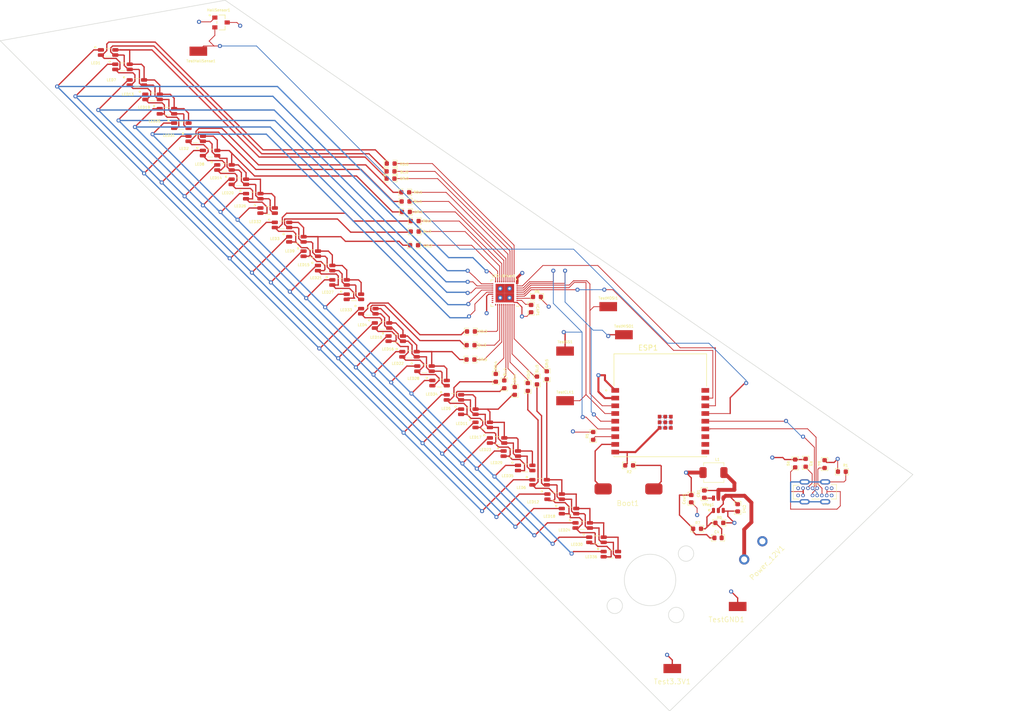
<source format=kicad_pcb>
(kicad_pcb (version 20221018) (generator pcbnew)
  (layers (0 "F.Cu" signal) (1 "In1.Cu" power "GND") (2 "In2.Cu" power "+3.3V") (31 "B.Cu" signal) (34 "B.Paste" user) (35 "F.Paste" user) (36 "B.SilkS" user "B.Silkscreen") (37 "F.SilkS" user "F.Silkscreen") (38 "B.Mask" user) (39 "F.Mask" user) (44 "Edge.Cuts" user))
  (net 0 "")
  (net 1 "CS1")
  (net 2 "Net-(LED-Driver1-CS1)")
  (net 3 "CS4")
  (net 4 "Net-(LED-Driver1-CS4)")
  (net 5 "CS7")
  (net 6 "Net-(LED-Driver1-CS7)")
  (net 7 "CS10")
  (net 8 "Net-(LED-Driver1-CS10)")
  (net 9 "CS13")
  (net 10 "Net-(LED-Driver1-CS13)")
  (net 11 "CS16")
  (net 12 "Net-(LED-Driver1-CS16)")
  (net 13 "Net-(LED-Driver1-VCAP)")
  (net 14 "GND")
  (net 15 "+3.3V")
  (net 16 "MOSI")
  (net 17 "SCLK")
  (net 18 "MISO")
  (net 19 "SS")
  (net 20 "Net-(ESP1-IO8)")
  (net 21 "Net-(ESP1-IO9)")
  (net 25 "D-")
  (net 26 "D+")
  (net 27 "Hall Sense")
  (net 28 "VIO_EN")
  (net 29 "VSYNC")
  (net 31 "CS2")
  (net 32 "Net-(LED-Driver1-CS2)")
  (net 33 "CS5")
  (net 34 "Net-(LED-Driver1-CS5)")
  (net 35 "CS8")
  (net 36 "Net-(LED-Driver1-CS8)")
  (net 37 "CS11")
  (net 38 "Net-(LED-Driver1-CS11)")
  (net 39 "CS14")
  (net 40 "Net-(LED-Driver1-CS14)")
  (net 41 "CS17")
  (net 42 "Net-(LED-Driver1-CS17)")
  (net 43 "Net-(LED-Driver1-CS0)")
  (net 44 "Net-(LED-Driver1-CS3)")
  (net 45 "Net-(LED-Driver1-CS6)")
  (net 46 "SWO<-->LED(0-5)")
  (net 47 "SW1<-->LED(6-11)")
  (net 48 "SW2<-->LED(12-17)")
  (net 49 "SW3<-->LED(18-23)")
  (net 50 "SW4<-->LED(24-29)")
  (net 51 "SW5<-->LED(30-35)")
  (net 57 "Net-(LED-Driver1-CS9)")
  (net 58 "Net-(LED-Driver1-CS12)")
  (net 59 "Net-(LED-Driver1-CS15)")
  (net 60 "Net-(LED-Driver1-IFS)")
  (net 61 "CS0")
  (net 62 "CS3")
  (net 63 "CS6")
  (net 64 "CS9")
  (net 65 "CS12")
  (net 66 "CS15")
  (net 67 "Net-(USB-C1-SHIELD)")
  (net 68 "Net-(USB-C1-CC1)")
  (net 69 "Net-(USB-C1-CC2)")
  (net 70 "Net-(R9-Pad2)")
  (net 71 "+12V")
  (net 72 "Net-(Boot1-Pad2)")
  (net 73 "Net-(VReg1-FB)")
  (net 74 "Net-(VReg1-LX)")
  (net 75 "Net-(VReg1-BS)")
  (footprint "FanbladeFootprints:WL-SFCW SMT Full-color Chip LED" (layer "F.Cu") (at 95.758 89.646)
    (fp_text reference "LED22")
    (fp_text value "~")
  )
  (footprint "FanbladeFootprints:WL-SFCW SMT Full-color Chip LED" (layer "F.Cu") (at 121.028 114.546)
    (fp_text reference "LED6")
    (fp_text value "~")
  )
  (footprint "FanbladeFootprints:WL-SFCW SMT Full-color Chip LED" (layer "F.Cu") (at 123.952 117.332)
    (fp_text reference "LED12")
    (fp_text value "~")
  )
  (footprint "FanbladeFootprints:Resistor_603" (layer "F.Cu") (at 96.774 65.786)
    (fp_text reference "BL:2")
    (fp_text value "5")
  )
  (footprint "FanbladeFootprints:WL-SFCW SMT Full-color Chip LED" (layer "F.Cu") (at 109.982 103.378)
    (fp_text reference "LED17")
    (fp_text value "~")
  )
  (footprint "FanbladeFootprints:WL-SFCW SMT Full-color Chip LED" (layer "F.Cu") (at 37.208 30.98)
    (fp_text reference "LED1")
    (fp_text value "~")
  )
  (footprint "FanbladeFootprints:WL-SFCW SMT Full-color Chip LED" (layer "F.Cu") (at 98.676 92.448)
    (fp_text reference "LED28")
    (fp_text value "~")
  )
  (footprint "FanbladeFootprints:Test_Point" (layer "F.Cu") (at 54.737 25.654)
    (fp_text reference "TestHallSense1")
    (fp_text value "~")
  )
  (footprint "FanbladeFootprints:Resistor_603" (layer "F.Cu") (at 107.605 90.678)
    (fp_text reference "GR:3")
    (fp_text value "15")
  )
  (footprint "FanbladeFootprints:Resistor_603" (layer "F.Cu") (at 116.205 96.774 90)
    (fp_text reference "GR:4")
    (fp_text value "15")
  )
  (footprint "FanbladeFootprints:WL-SFCW SMT Full-color Chip LED" (layer "F.Cu") (at 104.394 98.028)
    (fp_text reference "LED5")
    (fp_text value "~")
  )
  (footprint "FanbladeFootprints:Test_Point" (layer "F.Cu") (at 146.812 145.669)
    (fp_text reference "Test3.3V1")
    (fp_text value "~")
  )
  (footprint "FanbladeFootprints:Resistor_603" (layer "F.Cu") (at 96.774 63.754)
    (fp_text reference "RD:2")
    (fp_text value "65")
  )
  (footprint "FanbladeFootprints:WL-SFCW SMT Full-color Chip LED" (layer "F.Cu") (at 45.844 39.616)
    (fp_text reference "LED19")
    (fp_text value "~")
  )
  (footprint "FanbladeFootprints:Resistor_603" (layer "F.Cu") (at 120.523 78.486 180)
    (fp_text reference "R6")
    (fp_text value "4.7K")
  )
  (footprint "FanbladeFootprints:WL-SFCW SMT Full-color Chip LED" (layer "F.Cu") (at 93.088 86.606)
    (fp_text reference "LED16")
    (fp_text value "~")
  )
  (footprint "FanbladeFootprints:Inductor_Sunlord" (layer "F.Cu") (at 154.813 112.649 180)
    (fp_text reference "L1")
    (fp_text value "2.4uH")
  )
  (footprint "FanbladeFootprints:Test_Point" (layer "F.Cu") (at 134.366 75.311)
    (fp_text reference "TestMOSI1")
    (fp_text value "~")
  )
  (footprint "FanbladeFootprints:QFN-40_EP_4.85x5.15_Pitch0.4mm" (layer "F.Cu") (at 114.284 77.77 -90)
    (fp_text reference "LED-Driver1")
    (fp_text value "~")
  )
  (footprint "FanbladeFootprints:Resistor_603" (layer "F.Cu") (at 107.63 87.884)
    (fp_text reference "BL:3")
    (fp_text value "5")
  )
  (footprint "FanbladeFootprints:Resistor_603" (layer "F.Cu") (at 120.523 94.742 90)
    (fp_text reference "BL:5")
    (fp_text value "5")
  )
  (footprint "FanbladeFootprints:Resistor_603" (layer "F.Cu") (at 172.72 110.744 -90)
    (fp_text reference "R3")
    (fp_text value "5.11K")
  )
  (footprint "FanbladeFootprints:Cap_603" (layer "F.Cu") (at 159.512 119.507 -90)
    (fp_text reference "Cin1")
    (fp_text value "10uF")
  )
  (footprint "FanbladeFootprints:WL-SFCW SMT Full-color Chip LED" (layer "F.Cu") (at 79.372 72.89)
    (fp_text reference "LED21")
    (fp_text value "~")
  )
  (footprint "FanbladeFootprints:Resistor_603" (layer "F.Cu") (at 114.173 95.504 90)
    (fp_text reference "BL:4")
    (fp_text value "5")
  )
  (footprint "FanbladeFootprints:WL-SFCW SMT Full-color Chip LED" (layer "F.Cu") (at 42.796 36.822)
    (fp_text reference "LED13")
    (fp_text value "~")
  )
  (footprint "FanbladeFootprints:WL-SFCW SMT Full-color Chip LED" (layer "F.Cu") (at 132.08 125.714)
    (fp_text reference "LED30")
    (fp_text value "~")
  )
  (footprint "FanbladeFootprints:Power_Terminal" (layer "F.Cu") (at 162.549767 127.772233 45)
    (fp_text reference "Power_12V1")
    (fp_text value "Power Terminal")
  )
  (footprint "FanbladeFootprints:WL-SFCW SMT Full-color Chip LED" (layer "F.Cu") (at 59.814 53.332)
    (fp_text reference "LED14")
    (fp_text value "~")
  )
  (footprint "FanbladeFootprints:WL-SFCW SMT Full-color Chip LED" (layer "F.Cu") (at 118.234 111.752)
    (fp_text reference "LED35")
    (fp_text value "~")
  )
  (footprint "FanbladeFootprints:Resistor_603" (layer "F.Cu") (at 138.43 111.252)
    (fp_text reference "R2")
    (fp_text value "10K")
  )
  (footprint "FanbladeFootprints:WL-SFCW SMT Full-color Chip LED" (layer "F.Cu") (at 65.402 58.92)
    (fp_text reference "LED26")
    (fp_text value "~")
  )
  (footprint "FanbladeFootprints:Resistor_603" (layer "F.Cu") (at 151.629 123.571)
    (fp_text reference "R7")
    (fp_text value "100K")
  )
  (footprint "FanbladeFootprints:WL-SFCW SMT Full-color Chip LED" (layer "F.Cu") (at 48.638 42.41)
    (fp_text reference "LED25")
    (fp_text value "~")
  )
  (footprint "FanbladeFootprints:WL-SFCW SMT Full-color Chip LED" (layer "F.Cu") (at 107.188 100.822)
    (fp_text reference "LED11")
    (fp_text value "~")
  )
  (footprint "FanbladeFootprints:Test_Point" (layer "F.Cu") (at 125.984 83.947)
    (fp_text reference "TestSS1")
    (fp_text value "~")
  )
  (footprint "FanbladeFootprints:Resistor_603" (layer "F.Cu") (at 96.647 68.453)
    (fp_text reference "GR:2")
    (fp_text value "15")
  )
  (footprint "FanbladeFootprints:WL-SFCW SMT Full-color Chip LED" (layer "F.Cu") (at 54.226 47.744)
    (fp_text reference "LED2")
    (fp_text value "~")
  )
  (footprint "FanbladeFootprints:Resistor_603" (layer "F.Cu") (at 107.696 85.217)
    (fp_text reference "RD:3")
    (fp_text value "65")
  )
  (footprint "FanbladeFootprints:XDCR_MRMS201A-001" (layer "F.Cu") (at 59.1405 25.146)
    (fp_text reference "HallSensor1")
    (fp_text value "MRMS201A-001")
  )
  (footprint "FanbladeFootprints:TYPE-C-31-M-15" (layer "F.Cu") (at 195.975 148.652 90)
    (fp_text reference "USB-C1" hide)
    (fp_text value "USB_C_Receptacle_USB2.0")
  )
  (footprint "FanbladeFootprints:WL-SFCW SMT Full-color Chip LED" (layer "F.Cu") (at 82.166 75.684)
    (fp_text reference "LED27")
    (fp_text value "~")
  )
  (footprint "FanbladeFootprints:MODULE_ESP32-C3-WROOM-02-H4" (layer "F.Cu") (at 144.4805 99.568)
    (fp_text reference "ESP1")
    (fp_text value "ESP32-C3-WROOM-02-N4")
  )
  (footprint "FanbladeFootprints:Resistor_603" (layer "F.Cu") (at 92.111 52.578)
    (fp_text reference "RD:0")
    (fp_text value "65")
  )
  (footprint "FanbladeFootprints:WL-SFCW SMT Full-color Chip LED" (layer "F.Cu") (at 112.776 106.41)
    (fp_text reference "LED23")
    (fp_text value "~")
  )
  (footprint "FanbladeFootprints:WL-SFCW SMT Full-color Chip LED" (layer "F.Cu") (at 73.784 67.302)
    (fp_text reference "LED9")
    (fp_text value "~")
  )
  (footprint "FanbladeFootprints:Cap_603" (layer "F.Cu") (at 150.495 117.729 -90)
    (fp_text reference "Cout1")
    (fp_text value "47uF")
  )
  (footprint "FanbladeFootprints:WL-SFCW SMT Full-color Chip LED" (layer "F.Cu") (at 129.41 122.928)
    (fp_text reference "LED24")
    (fp_text value "~")
  )
  (footprint "FanbladeFootprints:WL-SFCW SMT Full-color Chip LED" (layer "F.Cu") (at 76.578 70.096)
    (fp_text reference "LED15")
    (fp_text value "~")
  )
  (footprint "FanbladeFootprints:WL-SFCW SMT Full-color Chip LED" (layer "F.Cu") (at 90.424 84.058)
    (fp_text reference "LED10")
    (fp_text value "~")
  )
  (footprint "FanbladeFootprints:Resistor_603" (layer "F.Cu") (at 170.688 110.871 -90)
    (fp_text reference "R9")
    (fp_text value "5.11K")
  )
  (footprint "FanbladeFootprints:WL-SFCW SMT Full-color Chip LED" (layer "F.Cu") (at 126.746 120.142)
    (fp_text reference "LED18")
    (fp_text value "~")
  )
  (footprint "FanbladeFootprints:Test_Point" (layer "F.Cu") (at 159.512 133.604)
    (fp_text reference "TestGND1")
    (fp_text value "~")
  )
  (footprint "FanbladeFootprints:WL-SFCW SMT Full-color Chip LED" (layer "F.Cu") (at 101.6 95.25)
    (fp_text reference "LED34")
    (fp_text value "~")
  )
  (footprint "FanbladeFootprints:Resistor_603" (layer "F.Cu") (at 118.745 96.012 90)
    (fp_text reference "RD:5")
    (fp_text value "65")
  )
  (footprint "FanbladeFootprints:Resistor_603" (layer "F.Cu") (at 112.522 94.234 90)
    (fp_text reference "RD:4")
    (fp_text value "65")
  )
  (footprint "FanbladeFootprints:Resistor_603" (layer "F.Cu") (at 179.758 112.4725 180)
    (fp_text reference "R1")
    (fp_text value "1M")
  )
  (footprint "FanbladeFootprints:WL-SFCW SMT Full-color Chip LED" (layer "F.Cu") (at 51.432 45.204)
    (fp_text reference "LED31")
    (fp_text value "~")
  )
  (footprint "FanbladeFootprints:Resistor_603" (layer "F.Cu") (at 92.075 54.102)
    (fp_text reference "BL:0")
    (fp_text value "5")
  )
  (footprint "FanbladeFootprints:WL-SFCW SMT Full-color Chip LED" (layer "F.Cu") (at 62.608 56.126)
    (fp_text reference "LED20")
    (fp_text value "~")
  )
  (footprint "FanbladeFootprints:Cap_603" (layer "F.Cu") (at 153.035 116.84 90)
    (fp_text reference "CB1")
    (fp_text value "100nF")
  )
  (footprint "FanbladeFootprints:Test_Point" (layer "F.Cu") (at 137.414 80.772)
    (fp_text reference "TestMISO1")
    (fp_text value "~")
  )
  (footprint "FanbladeFootprints:WL-SFCW SMT Full-color Chip LED" (layer "F.Cu") (at 87.754 81.28)
    (fp_text reference "LED4")
    (fp_text value "~")
  )
  (footprint "FanbladeFootprints:WL-SFCW SMT Full-color Chip LED" (layer "F.Cu") (at 57.02 50.538)
    (fp_text reference "LED8")
    (fp_text value "~")
  )
  (footprint "FanbladeFootprints:Resistor_603" (layer "F.Cu") (at 155.951 122.428)
    (fp_text reference "R8")
    (fp_text value "21.5k")
  )
  (footprint "FanbladeFootprints:Cap_603" (layer "F.Cu") (at 155.702 125.349)
    (fp_text reference "C4")
    (fp_text value "47pF")
  )
  (footprint "FanbladeFootprints:ButtonSMD" (layer "F.Cu") (at 138.303 115.824)
    (fp_text reference "Boot1")
    (fp_text value "SW_Push")
  )
  (footprint "FanbladeFootprints:WL-SFCW SMT Full-color Chip LED" (layer "F.Cu") (at 68.196 61.714)
    (fp_text reference "LED32")
    (fp_text value "~")
  )
  (footprint "FanbladeFootprints:Cap_603" (layer "F.Cu") (at 119.38 80.772 -90)
    (fp_text reference "VCAP1")
    (fp_text value "1uF")
  )
  (footprint "FanbladeFootprints:WL-SFCW SMT Full-color Chip LED" (layer "F.Cu") (at 84.96 78.478)
    (fp_text reference "LED33")
    (fp_text value "~")
  )
  (footprint "FanbladeFootprints:WL-SFCW SMT Full-color Chip LED" (layer "F.Cu") (at 70.99 64.508)
    (fp_text reference "LED3")
    (fp_text value "~")
  )
  (footprint "FanbladeFootprints:WL-SFCW SMT Full-color Chip LED" (layer "F.Cu") (at 134.874 128.508)
    (fp_text reference "LED36")
    (fp_text value "~")
  )
  (footprint "FanbladeFootprints:Resistor_603" (layer "F.Cu") (at 95.062 61.976)
    (fp_text reference "GR:1")
    (fp_text value "15")
  )
  (footprint "FanbladeFootprints:Resistor_603" (layer "F.Cu") (at 94.996 59.944)
    (fp_text reference "BL:1")
    (fp_text value "5")
  )
  (footprint "FanbladeFootprints:Resistor_603" (layer "F.Cu") (at 176.403 110.998 -90)
    (fp_text reference "R4")
    (fp_text value "5.11K")
  )
  (footprint "FanbladeFootprints:Resistor_603" (layer "F.Cu") (at 92.075 55.499)
    (fp_text reference "GR:0")
    (fp_text value "15")
  )
  (footprint "FanbladeFootprints:Test_Point" (layer "F.Cu") (at 125.984 93.599)
    (fp_text reference "TestCLK1")
    (fp_text value "~")
  )
  (footprint "FanbladeFootprints:WL-SFCW SMT Full-color Chip LED" (layer "F.Cu") (at 40.002 33.774)
    (fp_text reference "LED7")
    (fp_text value "~")
  )
  (footprint "FanbladeFootprints:Resistor_603" (layer "F.Cu") (at 131.445 105.528 90)
    (fp_text reference "R5")
    (fp_text value "10K")
  )
  (footprint "FanbladeFootprints:Resistor_603" (layer "F.Cu") (at 122.428 93.726 90)
    (fp_text reference "GR:5")
    (fp_text value "15")
  )
  (footprint "FanbladeFootprints:WL-SFCW SMT Full-color Chip LED" (layer "F.Cu") (at 115.44 108.958)
    (fp_text reference "LED29")
    (fp_text value "~")
  )
  (footprint "FanbladeFootprints:AN_SY8105" (layer "F.Cu") (at 155.763 118.815)
    (fp_text reference "VReg1")
    (fp_text value "~")
  )
  (footprint "FanbladeFootprints:Resistor_603" (layer "F.Cu") (at 94.93 58.166)
    (fp_text reference "RD:1")
    (fp_text value "65")
  )
  (gr_circle (center 147.574 140.335) (end 149.074 140.335) (stroke (width 0.1)) (fill none) (layer "Edge.Cuts"))
  (gr_circle (center 135.636 138.557) (end 137.136 138.557) (stroke (width 0.1)) (fill none) (layer "Edge.Cuts"))
  (gr_line (start 16.256 28.702) (end 146.304 159.004) (stroke (width 0.1)) (layer "Edge.Cuts"))
  (gr_circle (center 149.479 128.397) (end 150.979 128.397) (stroke (width 0.1)) (fill none) (layer "Edge.Cuts"))
  (gr_line (start 59.944 20.828) (end 193.548 113.03) (stroke (width 0.1)) (layer "Edge.Cuts"))
  (gr_line (start 193.548 113.03) (end 146.304 159.004) (stroke (width 0.1)) (layer "Edge.Cuts"))
  (gr_line (start 16.256 28.702) (end 59.944 20.828) (stroke (width 0.1)) (layer "Edge.Cuts"))
  (gr_circle (center 142.494 133.524) (end 147.494 133.524) (stroke (width 0.1)) (fill none) (layer "Edge.Cuts"))
  (segment (start 50.038 42.91) (end 51.8 42.91) (width 0.25) (layer "F.Cu") (net 1))
  (segment (start 38.608 31.48) (end 38.329177 31.48) (width 0.25) (layer "F.Cu") (net 1))
  (segment (start 51.927 45.077823) (end 52.553177 45.704) (width 0.25) (layer "F.Cu") (net 1))
  (segment (start 87.893 50.673) (end 91.322 54.102) (width 0.25) (layer "F.Cu") (net 1))
  (segment (start 38.329177 31.48) (end 37.703 30.853823) (width 0.25) (layer "F.Cu") (net 1))
  (segment (start 52.553177 45.704) (end 52.832 45.704) (width 0.25) (layer "F.Cu") (net 1))
  (segment (start 47.244 40.116) (end 49.006 40.116) (width 0.25) (layer "F.Cu") (net 1))
  (segment (start 46.965177 40.116) (end 47.244 40.116) (width 0.25) (layer "F.Cu") (net 1))
  (segment (start 43.164 34.274) (end 43.291 34.401) (width 0.25) (layer "F.Cu") (net 1))
  (segment (start 37.703 30.106177) (end 38.091177 29.718) (width 0.25) (layer "F.Cu") (net 1))
  (segment (start 46.317356 39.468179) (end 46.965177 40.116) (width 0.25) (layer "F.Cu") (net 1))
  (segment (start 38.091177 29.718) (end 46.101 29.718) (width 0.25) (layer "F.Cu") (net 1))
  (segment (start 37.703 30.853823) (end 37.703 30.106177) (width 0.25) (layer "F.Cu") (net 1))
  (segment (start 43.291 36.941) (end 43.672 37.322) (width 0.25) (layer "F.Cu") (net 1))
  (segment (start 41.402 34.274) (end 43.164 34.274) (width 0.25) (layer "F.Cu") (net 1))
  (segment (start 41.123177 34.274) (end 41.402 34.274) (width 0.25) (layer "F.Cu") (net 1))
  (segment (start 43.291 34.401) (end 43.291 36.941) (width 0.25) (layer "F.Cu") (net 1))
  (segment (start 51.8 42.91) (end 51.927 43.037) (width 0.25) (layer "F.Cu") (net 1))
  (segment (start 49.006 40.116) (end 49.022 40.132) (width 0.25) (layer "F.Cu") (net 1))
  (segment (start 44.196 37.322) (end 45.958 37.322) (width 0.25) (layer "F.Cu") (net 1))
  (segment (start 43.672 37.322) (end 44.196 37.322) (width 0.25) (layer "F.Cu") (net 1))
  (segment (start 49.022 40.132) (end 49.022 42.172823) (width 0.25) (layer "F.Cu") (net 1))
  (segment (start 40.243 31.48) (end 40.335944 31.572944) (width 0.25) (layer "F.Cu") (net 1))
  (segment (start 45.958 37.322) (end 46.317356 37.681356) (width 0.25) (layer "F.Cu") (net 1))
  (segment (start 46.317356 37.681356) (end 46.317356 39.468179) (width 0.25) (layer "F.Cu") (net 1))
  (segment (start 38.608 31.48) (end 40.243 31.48) (width 0.25) (layer "F.Cu") (net 1))
  (segment (start 40.335944 31.572944) (end 40.335944 33.486767) (width 0.25) (layer "F.Cu") (net 1))
  (segment (start 40.335944 33.486767) (end 41.123177 34.274) (width 0.25) (layer "F.Cu") (net 1))
  (segment (start 51.927 43.037) (end 51.927 45.077823) (width 0.25) (layer "F.Cu") (net 1))
  (segment (start 67.056 50.673) (end 87.893 50.673) (width 0.25) (layer "F.Cu") (net 1))
  (segment (start 49.022 42.172823) (end 49.759177 42.91) (width 0.25) (layer "F.Cu") (net 1))
  (segment (start 49.759177 42.91) (end 50.038 42.91) (width 0.25) (layer "F.Cu") (net 1))
  (segment (start 46.101 29.718) (end 67.056 50.673) (width 0.25) (layer "F.Cu") (net 1))
  (segment (start 115.684 69.075) (end 115.684 75.52) (width 0.15) (layer "F.Cu") (net 2))
  (segment (start 100.711 54.102) (end 115.684 69.075) (width 0.15) (layer "F.Cu") (net 2))
  (segment (start 92.828 54.102) (end 100.711 54.102) (width 0.15) (layer "F.Cu") (net 2))
  (segment (start 61.214 53.832) (end 62.595 53.832) (width 0.25) (layer "F.Cu") (net 3))
  (segment (start 65.897 56.753) (end 65.897 58.793823) (width 0.25) (layer "F.Cu") (net 3))
  (segment (start 66.802 59.42) (end 68.437 59.42) (width 0.25) (layer "F.Cu") (net 3))
  (segment (start 54.751244 46.482) (end 58.674 46.482) (width 0.25) (layer "F.Cu") (net 3))
  (segment (start 54.721 47.617823) (end 54.721 46.512244) (width 0.25) (layer "F.Cu") (net 3))
  (segment (start 86.36 53.721) (end 92.583 59.944) (width 0.25) (layer "F.Cu") (net 3))
  (segment (start 58.141177 51.038) (end 58.42 51.038) (width 0.25) (layer "F.Cu") (net 3))
  (segment (start 58.944 51.562) (end 60.309 51.562) (width 0.25) (layer "F.Cu") (net 3))
  (segment (start 69.317177 62.214) (end 69.596 62.214) (width 0.25) (layer "F.Cu") (net 3))
  (segment (start 68.691 59.674) (end 68.691 61.587823) (width 0.25) (layer "F.Cu") (net 3))
  (segment (start 57.404 48.768) (end 57.404 50.300823) (width 0.25) (layer "F.Cu") (net 3))
  (segment (start 55.626 48.244) (end 56.88 48.244) (width 0.25) (layer "F.Cu") (net 3))
  (segment (start 58.42 51.038) (end 58.944 51.562) (width 0.25) (layer "F.Cu") (net 3))
  (segment (start 68.437 59.42) (end 68.691 59.674) (width 0.25) (layer "F.Cu") (net 3))
  (segment (start 68.691 61.587823) (end 69.317177 62.214) (width 0.25) (layer "F.Cu") (net 3))
  (segment (start 64.008 56.626) (end 65.77 56.626) (width 0.25) (layer "F.Cu") (net 3))
  (segment (start 66.523177 59.42) (end 66.802 59.42) (width 0.25) (layer "F.Cu") (net 3))
  (segment (start 63.103 54.34) (end 63.103 55.999823) (width 0.25) (layer "F.Cu") (net 3))
  (segment (start 54.721 46.512244) (end 54.751244 46.482) (width 0.25) (layer "F.Cu") (net 3))
  (segment (start 55.347177 48.244) (end 54.721 47.617823) (width 0.25) (layer "F.Cu") (net 3))
  (segment (start 63.729177 56.626) (end 64.008 56.626) (width 0.25) (layer "F.Cu") (net 3))
  (segment (start 55.626 48.244) (end 55.347177 48.244) (width 0.25) (layer "F.Cu") (net 3))
  (segment (start 56.88 48.244) (end 57.404 48.768) (width 0.25) (layer "F.Cu") (net 3))
  (segment (start 65.897 58.793823) (end 66.523177 59.42) (width 0.25) (layer "F.Cu") (net 3))
  (segment (start 60.309 53.205823) (end 60.935177 53.832) (width 0.25) (layer "F.Cu") (net 3))
  (segment (start 65.913 53.721) (end 86.36 53.721) (width 0.25) (layer "F.Cu") (net 3))
  (segment (start 60.309 51.562) (end 60.309 53.205823) (width 0.25) (layer "F.Cu") (net 3))
  (segment (start 60.935177 53.832) (end 61.214 53.832) (width 0.25) (layer "F.Cu") (net 3))
  (segment (start 57.404 50.300823) (end 58.141177 51.038) (width 0.25) (layer "F.Cu") (net 3))
  (segment (start 92.583 59.944) (end 94.243 59.944) (width 0.25) (layer "F.Cu") (net 3))
  (segment (start 63.103 55.999823) (end 63.729177 56.626) (width 0.25) (layer "F.Cu") (net 3))
  (segment (start 62.595 53.832) (end 63.103 54.34) (width 0.25) (layer "F.Cu") (net 3))
  (segment (start 58.674 46.482) (end 65.913 53.721) (width 0.25) (layer "F.Cu") (net 3))
  (segment (start 65.77 56.626) (end 65.897 56.753) (width 0.25) (layer "F.Cu") (net 3))
  (segment (start 103.378 59.944) (end 114.484 71.05) (width 0.15) (layer "F.Cu") (net 4))
  (segment (start 114.484 71.05) (end 114.484 75.52) (width 0.15) (layer "F.Cu") (net 4))
  (segment (start 95.749 59.944) (end 103.378 59.944) (width 0.15) (layer "F.Cu") (net 4))
  (segment (start 83.566 76.184) (end 85.201 76.184) (width 0.25) (layer "F.Cu") (net 5))
  (segment (start 84.328 65.913) (end 95.894 65.913) (width 0.25) (layer "F.Cu") (net 5))
  (segment (start 72.111177 65.008) (end 71.485 64.381823) (width 0.25) (layer "F.Cu") (net 5))
  (segment (start 85.344 78.240823) (end 86.081177 78.978) (width 0.25) (layer "F.Cu") (net 5))
  (segment (start 82.661 75.557823) (end 83.287177 76.184) (width 0.25) (layer "F.Cu") (net 5))
  (segment (start 81.768 63.353) (end 84.328 65.913) (width 0.25) (layer "F.Cu") (net 5))
  (segment (start 85.344 76.327) (end 85.344 78.240823) (width 0.25) (layer "F.Cu") (net 5))
  (segment (start 75.184 67.802) (end 76.692 67.802) (width 0.25) (layer "F.Cu") (net 5))
  (segment (start 83.287177 76.184) (end 83.566 76.184) (width 0.25) (layer "F.Cu") (net 5))
  (segment (start 74.257356 65.240356) (end 74.257356 67.154179) (width 0.25) (layer "F.Cu") (net 5))
  (segment (start 85.201 76.184) (end 85.344 76.327) (width 0.25) (layer "F.Cu") (net 5))
  (segment (start 79.359 70.596) (end 79.756 70.993) (width 0.25) (layer "F.Cu") (net 5))
  (segment (start 77.978 70.596) (end 79.359 70.596) (width 0.25) (layer "F.Cu") (net 5))
  (segment (start 71.485 64.381823) (end 71.485 63.389) (width 0.25) (layer "F.Cu") (net 5))
  (segment (start 71.521 63.353) (end 81.768 63.353) (width 0.25) (layer "F.Cu") (net 5))
  (segment (start 74.257356 67.154179) (end 74.905177 67.802) (width 0.25) (layer "F.Cu") (net 5))
  (segment (start 95.894 65.913) (end 96.021 65.786) (width 0.25) (layer "F.Cu") (net 5))
  (segment (start 79.756 72.652823) (end 80.493177 73.39) (width 0.25) (layer "F.Cu") (net 5))
  (segment (start 82.661 74.025) (end 82.661 75.557823) (width 0.25) (layer "F.Cu") (net 5))
  (segment (start 77.699177 70.596) (end 77.978 70.596) (width 0.25) (layer "F.Cu") (net 5))
  (segment (start 76.692 67.802) (end 76.962 68.072) (width 0.25) (layer "F.Cu") (net 5))
  (segment (start 82.026 73.39) (end 82.661 74.025) (width 0.25) (layer "F.Cu") (net 5))
  (segment (start 80.772 73.39) (end 82.026 73.39) (width 0.25) (layer "F.Cu") (net 5))
  (segment (start 72.39 65.008) (end 74.025 65.008) (width 0.25) (layer "F.Cu") (net 5))
  (segment (start 74.905177 67.802) (end 75.184 67.802) (width 0.25) (layer "F.Cu") (net 5))
  (segment (start 74.025 65.008) (end 74.257356 65.240356) (width 0.25) (layer "F.Cu") (net 5))
  (segment (start 86.081177 78.978) (end 86.36 78.978) (width 0.25) (layer "F.Cu") (net 5))
  (segment (start 76.962 68.072) (end 76.962 69.858823) (width 0.25) (layer "F.Cu") (net 5))
  (segment (start 72.39 65.008) (end 72.111177 65.008) (width 0.25) (layer "F.Cu") (net 5))
  (segment (start 76.962 69.858823) (end 77.699177 70.596) (width 0.25) (layer "F.Cu") (net 5))
  (segment (start 71.485 63.389) (end 71.521 63.353) (width 0.25) (layer "F.Cu") (net 5))
  (segment (start 80.493177 73.39) (end 80.772 73.39) (width 0.25) (layer "F.Cu") (net 5))
  (segment (start 79.756 70.993) (end 79.756 72.652823) (width 0.25) (layer "F.Cu") (net 5))
  (segment (start 97.527 65.786) (end 106.553 65.786) (width 0.15) (layer "F.Cu") (net 6))
  (segment (start 106.553 65.786) (end 113.284 72.517) (width 0.15) (layer "F.Cu") (net 6))
  (segment (start 113.284 72.517) (end 113.284 75.52) (width 0.15) (layer "F.Cu") (net 6))
  (segment (start 92.408823 84.558) (end 93.583 85.732177) (width 0.25) (layer "F.Cu") (net 7))
  (segment (start 97.158 90.146) (end 99.036 90.146) (width 0.25) (layer "F.Cu") (net 7))
  (segment (start 102.599177 95.75) (end 103 95.75) (width 0.25) (layer "F.Cu") (net 7))
  (segment (start 93.583 85.732177) (end 93.583 86.479823) (width 0.25) (layer "F.Cu") (net 7))
  (segment (start 91.416 84.558) (end 91.824 84.558) (width 0.25) (layer "F.Cu") (net 7))
  (segment (start 99.06 90.17) (end 99.06 92.210823) (width 0.25) (layer "F.Cu") (net 7))
  (segment (start 90.919 82.537) (end 90.919 84.061) (width 0.25) (layer "F.Cu") (net 7))
  (segment (start 96.879177 90.146) (end 97.158 90.146) (width 0.25) (layer "F.Cu") (net 7))
  (segment (start 88.875177 81.78) (end 88.249 81.153823) (width 0.25) (layer "F.Cu") (net 7))
  (segment (start 99.036 90.146) (end 99.06 90.17) (width 0.25) (layer "F.Cu") (net 7))
  (segment (start 89.154 81.78) (end 88.875177 81.78) (width 0.25) (layer "F.Cu") (net 7))
  (segment (start 95.488 87.106) (end 96.253 87.871) (width 0.25) (layer "F.Cu") (net 7))
  (segment (start 99.797177 92.948) (end 100.076 92.948) (width 0.25) (layer "F.Cu") (net 7))
  (segment (start 94.488 87.106) (end 95.488 87.106) (width 0.25) (layer "F.Cu") (net 7))
  (segment (start 106.426 87.884) (end 106.877 87.884) (width 0.25) (layer "F.Cu") (net 7))
  (segment (start 93.583 86.479823) (end 94.209177 87.106) (width 0.25) (layer "F.Cu") (net 7))
  (segment (start 90.92 80.125) (end 97.79 86.995) (width 0.25) (layer "F.Cu") (net 7))
  (segment (start 91.824 84.558) (end 92.408823 84.558) (width 0.25) (layer "F.Cu") (net 7))
  (segment (start 99.06 92.210823) (end 99.797177 92.948) (width 0.25) (layer "F.Cu") (net 7))
  (segment (start 88.530177 80.125) (end 90.92 80.125) (width 0.25) (layer "F.Cu") (net 7))
  (segment (start 94.209177 87.106) (end 94.488 87.106) (width 0.25) (layer "F.Cu") (net 7))
  (segment (start 102.070356 95.221179) (end 102.599177 95.75) (width 0.25) (layer "F.Cu") (net 7))
  (segment (start 96.253 87.871) (end 96.253 89.519823) (width 0.25) (layer "F.Cu") (net 7))
  (segment (start 96.253 89.519823) (end 96.879177 90.146) (width 0.25) (layer "F.Cu") (net 7))
  (segment (start 90.919 84.061) (end 91.416 84.558) (width 0.25) (layer "F.Cu") (net 7))
  (segment (start 97.79 86.995) (end 105.537 86.995) (width 0.25) (layer "F.Cu") (net 7))
  (segment (start 88.249 81.153823) (end 88.249 80.406177) (width 0.25) (layer "F.Cu") (net 7))
  (segment (start 105.537 86.995) (end 106.426 87.884) (width 0.25) (layer "F.Cu") (net 7))
  (segment (start 101.838 92.948) (end 102.070356 93.180356) (width 0.25) (layer "F.Cu") (net 7))
  (segment (start 88.249 80.406177) (end 88.530177 80.125) (width 0.25) (layer "F.Cu") (net 7))
  (segment (start 100.076 92.948) (end 101.838 92.948) (width 0.25) (layer "F.Cu") (net 7))
  (segment (start 90.162 81.78) (end 90.919 82.537) (width 0.25) (layer "F.Cu") (net 7))
  (segment (start 89.154 81.78) (end 90.162 81.78) (width 0.25) (layer "F.Cu") (net 7))
  (segment (start 102.070356 93.180356) (end 102.070356 95.221179) (width 0.25) (layer "F.Cu") (net 7))
  (segment (start 113.284 86.868) (end 112.268 87.884) (width 0.15) (layer "F.Cu") (net 8))
  (segment (start 113.284 80.02) (end 113.284 86.868) (width 0.15) (layer "F.Cu") (net 8))
  (segment (start 112.268 87.884) (end 108.383 87.884) (width 0.15) (layer "F.Cu") (net 8))
  (segment (start 111.103177 103.878) (end 111.382 103.878) (width 0.25) (layer "F.Cu") (net 9))
  (segment (start 104.889 97.041) (end 104.889 97.901823) (width 0.25) (layer "F.Cu") (net 9))
  (segment (start 105.515177 98.528) (end 105.794 98.528) (width 0.25) (layer "F.Cu") (net 9))
  (segment (start 107.600356 100.613179) (end 108.309177 101.322) (width 0.25) (layer "F.Cu") (net 9))
  (segment (start 108.309177 101.322) (end 108.588 101.322) (width 0.25) (layer "F.Cu") (net 9))
  (segment (start 111.382 103.878) (end 113.03 103.878) (width 0.25) (layer "F.Cu") (net 9))
  (segment (start 113.897177 106.91) (end 114.176 106.91) (width 0.25) (layer "F.Cu") (net 9))
  (segment (start 118.618 109.474) (end 118.618 111.514823) (width 0.25) (layer "F.Cu") (net 9))
  (segment (start 113.928 96.257) (end 113.312 96.873) (width 0.25) (layer "F.Cu") (net 9))
  (segment (start 107.600356 98.528) (end 107.600356 100.613179) (width 0.25) (layer "F.Cu") (net 9))
  (segment (start 108.588 101.322) (end 110.477 101.322) (width 0.25) (layer "F.Cu") (net 9))
  (segment (start 118.618 111.514823) (end 119.355177 112.252) (width 0.25) (layer "F.Cu") (net 9))
  (segment (start 105.794 98.528) (end 107.600356 98.528) (width 0.25) (layer "F.Cu") (net 9))
  (segment (start 119.355177 112.252) (end 119.634 112.252) (width 0.25) (layer "F.Cu") (net 9))
  (segment (start 105.057 96.873) (end 104.889 97.041) (width 0.25) (layer "F.Cu") (net 9))
  (segment (start 113.03 106.042823) (end 113.897177 106.91) (width 0.25) (layer "F.Cu") (net 9))
  (segment (start 116.84 109.458) (end 118.602 109.458) (width 0.25) (layer "F.Cu") (net 9))
  (segment (start 115.935 106.918) (end 115.935 108.947823) (width 0.25) (layer "F.Cu") (net 9))
  (segment (start 115.927 106.91) (end 115.935 106.918) (width 0.25) (layer "F.Cu") (net 9))
  (segment (start 110.477 101.322) (end 110.477 103.251823) (width 0.25) (layer "F.Cu") (net 9))
  (segment (start 114.173 96.257) (end 113.928 96.257) (width 0.25) (layer "F.Cu") (net 9))
  (segment (start 115.935 108.947823) (end 116.445177 109.458) (width 0.25) (layer "F.Cu") (net 9))
  (segment (start 110.477 103.251823) (end 111.103177 103.878) (width 0.25) (layer "F.Cu") (net 9))
  (segment (start 113.312 96.873) (end 105.057 96.873) (width 0.25) (layer "F.Cu") (net 9))
  (segment (start 104.889 97.901823) (end 105.515177 98.528) (width 0.25) (layer "F.Cu") (net 9))
  (segment (start 118.602 109.458) (end 118.618 109.474) (width 0.25) (layer "F.Cu") (net 9))
  (segment (start 113.03 103.878) (end 113.03 106.042823) (width 0.25) (layer "F.Cu") (net 9))
  (segment (start 114.176 106.91) (end 115.927 106.91) (width 0.25) (layer "F.Cu") (net 9))
  (segment (start 116.445177 109.458) (end 116.84 109.458) (width 0.25) (layer "F.Cu") (net 9))
  (segment (start 114.484 93.796) (end 114.173 94.107) (width 0.15) (layer "F.Cu") (net 10))
  (segment (start 114.484 80.02) (end 114.484 93.796) (width 0.15) (layer "F.Cu") (net 10))
  (segment (start 114.173 94.107) (end 114.173 94.751) (width 0.15) (layer "F.Cu") (net 10))
  (segment (start 124.935177 117.832) (end 125.352 117.832) (width 0.25) (layer "F.Cu") (net 11))
  (segment (start 127.241 117.843) (end 127.241 120.129) (width 0.25) (layer "F.Cu") (net 11))
  (segment (start 127.241 120.129) (end 127.754 120.642) (width 0.25) (layer "F.Cu") (net 11))
  (segment (start 135.369 128.511) (end 135.866 129.008) (width 0.25) (layer "F.Cu") (net 11))
  (segment (start 130.286 123.428) (end 130.81 123.428) (width 0.25) (layer "F.Cu") (net 11))
  (segment (start 129.905 123.047) (end 130.286 123.428) (width 0.25) (layer "F.Cu") (net 11))
  (segment (start 132.575 123.431) (end 132.575 125.717) (width 0.25) (layer "F.Cu") (net 11))
  (segment (start 133.072 126.214) (end 133.48 126.214) (width 0.25) (layer "F.Cu") (net 11))
  (segment (start 125.352 117.832) (end 127.23 117.832) (width 0.25) (layer "F.Cu") (net 11))
  (segment (start 132.572 123.428) (end 132.575 123.431) (width 0.25) (layer "F.Cu") (net 11))
  (segment (start 121.777 115.046) (end 122.428 115.046) (width 0.25) (layer "F.Cu") (net 11))
  (segment (start 127.23 117.832) (end 127.241 117.843) (width 0.25) (layer "F.Cu") (net 11))
  (segment (start 129.659 120.642) (end 129.905 120.888) (width 0.25) (layer "F.Cu") (net 11))
  (segment (start 121.412 101.6) (end 121.412 114.681) (width 0.25) (layer "F.Cu") (net 11))
  (segment (start 124.422356 117.319179) (end 124.935177 117.832) (width 0.25) (layer "F.Cu") (net 11))
  (segment (start 122.428 115.046) (end 124.317 115.046) (width 0.25) (layer "F.Cu") (net 11))
  (segment (start 129.905 120.888) (end 129.905 123.047) (width 0.25) (layer "F.Cu") (net 11))
  (segment (start 128.146 120.642) (end 129.659 120.642) (width 0.25) (layer "F.Cu") (net 11))
  (segment (start 132.575 125.717) (end 133.072 126.214) (width 0.25) (layer "F.Cu") (net 11))
  (segment (start 127.754 120.642) (end 128.146 120.642) (width 0.25) (layer "F.Cu") (net 11))
  (segment (start 120.523 95.495) (end 120.523 100.711) (width 0.25) (layer "F.Cu") (net 11))
  (segment (start 135.358 126.214) (end 135.369 126.225) (width 0.25) (layer "F.Cu") (net 11))
  (segment (start 120.523 100.711) (end 121.412 101.6) (width 0.25) (layer "F.Cu") (net 11))
  (segment (start 135.866 129.008) (end 136.274 129.008) (width 0.25) (layer "F.Cu") (net 11))
  (segment (start 124.317 115.046) (end 124.422356 115.151356) (width 0.25) (layer "F.Cu") (net 11))
  (segment (start 130.81 123.428) (end 132.572 123.428) (width 0.25) (layer "F.Cu") (net 11))
  (segment (start 133.48 126.214) (end 135.358 126.214) (width 0.25) (layer "F.Cu") (net 11))
  (segment (start 124.422356 115.151356) (end 124.422356 117.319179) (width 0.25) (layer "F.Cu") (net 11))
  (segment (start 121.412 114.681) (end 121.777 115.046) (width 0.25) (layer "F.Cu") (net 11))
  (segment (start 135.369 126.225) (end 135.369 128.511) (width 0.25) (layer "F.Cu") (net 11))
  (segment (start 115.684 80.02) (end 115.684 89.583) (width 0.15) (layer "F.Cu") (net 12))
  (segment (start 115.684 89.583) (end 120.09 93.989) (width 0.15) (layer "F.Cu") (net 12))
  (segment (start 120.09 93.989) (end 120.523 93.989) (width 0.15) (layer "F.Cu") (net 12))
  (segment (start 116.684 79.17) (end 117.524 79.17) (width 0.15) (layer "F.Cu") (net 13))
  (segment (start 118.298 79.944) (end 119.38 79.944) (width 0.15) (layer "F.Cu") (net 13))
  (segment (start 117.524 79.17) (end 118.298 79.944) (width 0.15) (layer "F.Cu") (net 13))
  (segment (start 144.3405 101.768) (end 144.3405 102.318) (width 0.15) (layer "F.Cu") (net 14))
  (segment (start 145.4405 102.868) (end 144.8905 102.868) (width 0.15) (layer "F.Cu") (net 14))
  (segment (start 137.677 111.252) (end 138.049 110.88) (width 0.25) (layer "F.Cu") (net 14))
  (segment (start 117.602 82.296) (end 117.602 80.488) (width 0.2) (layer "F.Cu") (net 14))
  (segment (start 158.877 122.428) (end 157.602 121.153) (width 0.25) (layer "F.Cu") (net 14))
  (segment (start 144.3405 102.868) (end 144.8905 102.868) (width 0.15) (layer "F.Cu") (net 14))
  (segment (start 178.943 112.4105) (end 179.005 112.4725) (width 0.15) (layer "F.Cu") (net 14))
  (segment (start 116.079 79.565) (end 115.184 78.67) (width 0.2) (layer "F.Cu") (net 14))
  (segment (start 144.3405 102.868) (end 144.3405 102.318) (width 0.15) (layer "F.Cu") (net 14))
  (segment (start 158.877 122.428) (end 156.704 122.428) (width 0.25) (layer "F.Cu") (net 14))
  (segment (start 168.665 110.118) (end 168.275 109.728) (width 0.25) (layer "F.Cu") (net 14))
  (segment (start 138.049 110.88) (end 138.049 108.668) (width 0.25) (layer "F.Cu") (net 14))
  (segment (start 145.4405 102.868) (end 145.9905 102.868) (width 0.15) (layer "F.Cu") (net 14))
  (segment (start 176.836 110.678) (end 178.247 110.678) (width 0.25) (layer "F.Cu") (net 14))
  (segment (start 145.4405 103.968) (end 145.9905 103.968) (width 0.15) (layer "F.Cu") (net 14))
  (segment (start 145.4405 101.768) (end 145.9905 101.768) (width 0.15) (layer "F.Cu") (net 14))
  (segment (start 146.5405 102.868) (end 146.5405 102.318) (width 0.15) (layer "F.Cu") (net 14))
  (segment (start 117.602 80.488) (end 116.684 79.57) (width 0.2) (layer "F.Cu") (net 14))
  (segment (start 146.5405 103.968) (end 145.9905 103.968) (width 0.15) (layer "F.Cu") (net 14))
  (segment (start 116.679 79.565) (end 116.079 79.565) (width 0.2) (layer "F.Cu") (net 14))
  (segment (start 145.4405 103.968) (end 144.8905 103.968) (width 0.15) (layer "F.Cu") (net 14))
  (segment (start 159.512 120.207) (end 159.447 120.142) (width 0.25) (layer "F.Cu") (net 14))
  (segment (start 156.84 120.142) (end 156.713 120.015) (width 0.25) (layer "F.Cu") (net 14))
  (segment (start 144.3405 101.768) (end 144.8905 101.768) (width 0.15) (layer "F.Cu") (net 14))
  (segment (start 146.5405 101.768) (end 145.9905 101.768) (width 0.15) (layer "F.Cu") (net 14))
  (segment (start 168.275 109.728) (end 166.243 109.728) (width 0.25) (layer "F.Cu") (net 14))
  (segment (start 146.5405 103.968) (end 146.5405 103.418) (width 0.15) (layer "F.Cu") (net 14))
  (segment (start 145.4405 101.768) (end 144.8905 101.768) (width 0.15) (layer "F.Cu") (net 14))
  (segment (start 144.3405 102.868) (end 144.3405 103.968) (width 0.15) (layer "F.Cu") (net 14))
  (segment (start 178.943 109.982) (end 178.943 112.4105) (width 0.15) (layer "F.Cu") (net 14))
  (segment (start 178.943 109.982) (end 178.247 110.678) (width 0.25) (layer "F.Cu") (net 14))
  (segment (start 145.4405 103.418) (end 145.4405 102.868) (width 0.15) (layer "F.Cu") (net 14))
  (segment (start 151.638 119.572) (end 150.495 118.429) (width 0.15) (layer "F.Cu") (net 14))
  (segment (start 159.512 137.033) (end 159.512 138.684) (width 0.25) (layer "F.Cu") (net 14))
  (segment (start 116.684 79.57) (end 116.679 79.565) (width 0.2) (layer "F.Cu") (net 14))
  (segment (start 170.688 110.118) (end 168.665 110.118) (width 0.25) (layer "F.Cu") (net 14))
  (segment (start 62.23 25.146) (end 62.865 25.781) (width 0.15) (layer "F.Cu") (net 14))
  (segment (start 157.602 121.153) (end 157.602 120.142) (width 0.25) (layer "F.Cu") (net 14))
  (segment (start 138.049 108.668) (end 139.6405 108.668) (width 0.4) (layer "F.Cu") (net 14))
  (segment (start 118.556 82.296) (end 119.38 81.472) (width 0.15) (layer "F.Cu") (net 14))
  (segment (start 145.4405 101.768) (end 145.4405 102.318) (width 0.15) (layer "F.Cu") (net 14))
  (segment (start 60.3405 25.146) (end 62.23 25.146) (width 0.15) (layer "F.Cu") (net 14))
  (segment (start 157.602 120.142) (end 156.84 120.142) (width 0.25) (layer "F.Cu") (net 14))
  (segment (start 117.602 82.296) (end 118.556 82.296) (width 0.15) (layer "F.Cu") (net 14))
  (segment (start 146.5405 101.768) (end 146.5405 102.318) (width 0.15) (layer "F.Cu") (net 14))
  (segment (start 139.6405 108.668) (end 144.3405 103.968) (width 0.4) (layer "F.Cu") (net 14))
  (segment (start 172.593 110.118) (end 172.72 109.991) (width 0.25) (layer "F.Cu") (net 14))
  (segment (start 135.7305 108.668) (end 138.049 108.668) (width 0.4) (layer "F.Cu") (net 14))
  (segment (start 145.4405 103.968) (end 145.4405 103.418) (width 0.15) (layer "F.Cu") (net 14))
  (segment (start 151.638 120.904) (end 151.638 119.572) (width 0.15) (layer "F.Cu") (net 14))
  (segment (start 170.688 110.118) (end 172.593 110.118) (width 0.25) (layer "F.Cu") (net 14))
  (segment (start 176.836 110.678) (end 176.403 110.245) (width 0.25) (layer "F.Cu") (net 14))
  (segment (start 159.447 120.142) (end 157.602 120.142) (width 0.25) (layer "F.Cu") (net 14))
  (segment (start 144.3405 103.968) (end 144.8905 103.968) (width 0.15) (layer "F.Cu") (net 14))
  (segment (start 158.242 135.763) (end 159.512 137.033) (width 0.25) (layer "F.Cu") (net 14))
  (via (at 62.865 25.781) (size 0.8) (drill 0.4) (layers "F.Cu" "B.Cu") (net 14))
  (via (at 117.602 82.296) (size 0.8) (drill 0.4) (layers "F.Cu" "B.Cu") (net 14))
  (via (at 178.943 109.982) (size 0.8) (drill 0.4) (layers "F.Cu" "B.Cu") (net 14))
  (via (at 151.638 120.904) (size 0.8) (drill 0.4) (layers "F.Cu" "B.Cu") (net 14))
  (via (at 158.877 122.428) (size 0.8) (drill 0.4) (layers "F.Cu" "B.Cu") (net 14))
  (via (at 166.243 109.728) (size 0.8) (drill 0.4) (layers "F.Cu" "B.Cu") (net 14))
  (via (at 158.242 135.763) (size 0.8) (drill 0.4) (layers "F.Cu" "B.Cu") (net 14))
  (segment (start 135.7305 98.168) (end 133.728 98.168) (width 0.4) (layer "F.Cu") (net 15))
  (segment (start 151.384 124.714) (end 150.876 124.206) (width 0.25) (layer "F.Cu") (net 15))
  (segment (start 127.635 104.775) (end 131.2225 104.775) (width 0.15) (layer "F.Cu") (net 15))
  (segment (start 127.508 104.648) (end 127.635 104.775) (width 0.15) (layer "F.Cu") (net 15))
  (segment (start 150.495 117.029) (end 150.495 113.665) (width 0.25) (layer "F.Cu") (net 15))
  (segment (start 122.809 80.391) (end 121.276 78.858) (width 0.15) (layer "F.Cu") (net 15))
  (segment (start 116.684 74.7685) (end 116.684 75.84) (width 0.5) (layer "F.Cu") (net 15))
  (segment (start 153.473 124.714) (end 151.384 124.714) (width 0.25) (layer "F.Cu") (net 15))
  (segment (start 57.9405 24.196) (end 57.9405 24.2285) (width 0.15) (layer "F.Cu") (net 15))
  (segment (start 145.796 148.082) (end 146.812 149.098) (width 0.25) (layer "F.Cu") (net 15))
  (segment (start 149.479 112.649) (end 152.785 112.649) (width 0.75) (layer "F.Cu") (net 15))
  (segment (start 132.461 97.094) (end 133.535 98.168) (width 0.15) (layer "F.Cu") (net 15))
  (segment (start 155.002 125.349) (end 154.108 125.349) (width 0.25) (layer "F.Cu") (net 15))
  (segment (start 111.133 77.97) (end 110.744 78.359) (width 0.2) (layer "F.Cu") (net 15))
  (segment (start 133.728 98.168) (end 132.461 96.901) (width 0.4) (layer "F.Cu") (net 15))
  (segment (start 150.495 117.029) (end 148.209 117.029) (width 0.25) (layer "F.Cu") (net 15))
  (segment (start 117.602 73.8505) (end 116.684 74.7685) (width 0.5) (layer "F.Cu") (net 15))
  (segment (start 111.884 77.97) (end 111.133 77.97) (width 0.2) (layer "F.Cu") (net 15))
  (segment (start 148.209 120.904) (end 150.876 123.571) (width 0.25) (layer "F.Cu") (net 15))
  (segment (start 132.461 93.726) (end 133.731 93.726) (width 0.4) (layer "F.Cu") (net 15))
  (segment (start 133.535 98.168) (end 135.7305 98.168) (width 0.15) (layer "F.Cu") (net 15))
  (segment (start 133.731 94.6685) (end 133.731 93.726) (width 0.4) (layer "F.Cu") (net 15))
  (segment (start 150.876 124.206) (end 150.876 123.571) (width 0.25) (layer "F.Cu") (net 15))
  (segment (start 148.209 117.029) (end 148.209 120.904) (width 0.25) (layer "F.Cu") (net 15))
  (segment (start 57.15 25.019) (end 54.864 25.019) (width 0.15) (layer "F.Cu") (net 15))
  (segment (start 117.6655 73.8505) (end 117.602 73.8505) (width 0.5) (layer "F.Cu") (net 15))
  (segment (start 132.461 96.901) (end 132.461 93.726) (width 0.4) (layer "F.Cu") (net 15))
  (segment (start 110.744 81.661) (end 110.744 78.359) (width 0.25) (layer "F.Cu") (net 15))
  (segment (start 154.108 125.349) (end 153.473 124.714) (width 0.25) (layer "F.Cu") (net 15))
  (segment (start 146.812 149.098) (end 146.812 150.749) (width 0.25) (layer "F.Cu") (net 15))
  (segment (start 150.495 113.665) (end 149.479 112.649) (width 0.25) (layer "F.Cu") (net 15))
  (segment (start 57.9405 24.2285) (end 57.15 25.019) (width 0.15) (layer "F.Cu") (net 15))
  (segment (start 121.276 78.858) (end 121.276 78.486) (width 0.15) (layer "F.Cu") (net 15))
  (segment (start 135.7305 96.668) (end 133.731 94.6685) (width 0.4) (layer "F.Cu") (net 15))
  (via (at 127.508 104.648) (size 0.8) (drill 0.4) (layers "F.Cu" "B.Cu") (net 15))
  (via (at 132.461 93.726) (size 0.8) (drill 0.4) (layers "F.Cu" "B.Cu") (net 15))
  (via (at 117.6655 73.8505) (size 0.8) (drill 0.4) (layers "F.Cu" "B.Cu") (net 15))
  (via (at 149.479 112.649) (size 0.8) (drill 0.4) (layers "F.Cu" "B.Cu") (net 15))
  (via (at 145.796 148.082) (size 0.8) (drill 0.4) (layers "F.Cu" "B.Cu") (net 15))
  (via (at 122.809 80.391) (size 0.8) (drill 0.4) (layers "F.Cu" "B.Cu") (net 15))
  (via (at 110.744 81.661) (size 0.8) (drill 0.4) (layers "F.Cu" "B.Cu") (net 15))
  (via (at 54.864 25.019) (size 0.8) (drill 0.4) (layers "F.Cu" "B.Cu") (net 15))
  (segment (start 133.196 99.668) (end 130.81 97.282) (width 0.15) (layer "F.Cu") (net 16))
  (segment (start 131.572 80.391) (end 130.81 81.153) (width 0.15) (layer "F.Cu") (net 16))
  (segment (start 117.988574 77.57) (end 116.684 77.57) (width 0.15) (layer "F.Cu") (net 16))
  (segment (start 130.81 75.98731) (end 130.18469 75.362) (width 0.15) (layer "F.Cu") (net 16))
  (segment (start 119.358574 76.2) (end 117.988574 77.57) (width 0.15) (layer "F.Cu") (net 16))
  (segment (start 135.7305 99.668) (end 133.196 99.668) (width 0.15) (layer "F.Cu") (net 16))
  (segment (start 127.625309 75.362001) (end 126.78731 76.2) (width 0.15) (layer "F.Cu") (net 16))
  (segment (start 130.18469 75.362) (end 127.625309 75.362001) (width 0.15) (layer "F.Cu") (net 16))
  (segment (start 134.366 80.391) (end 131.572 80.391) (width 0.15) (layer "F.Cu") (net 16))
  (segment (start 126.78731 76.2) (end 119.358574 76.2) (width 0.15) (layer "F.Cu") (net 16))
  (segment (start 130.81 97.282) (end 130.81 81.153) (width 0.15) (layer "F.Cu") (net 16))
  (segment (start 130.81 81.153) (end 130.81 75.98731) (width 0.15) (layer "F.Cu") (net 16))
  (segment (start 118.160264 77.865) (end 118.135574 77.865) (width 0.15) (layer "F.Cu") (net 17))
  (segment (start 130.048 75.692) (end 127.762 75.692) (width 0.15) (layer "F.Cu") (net 17))
  (segment (start 133.72131 101.168) (end 130.048 97.49469) (width 0.15) (layer "F.Cu") (net 17))
  (segment (start 126.746 76.708) (end 119.317264 76.708) (width 0.15) (layer "F.Cu") (net 17))
  (segment (start 118.030574 77.97) (end 116.684 77.97) (width 0.15) (layer "F.Cu") (net 17))
  (segment (start 127.762 75.692) (end 126.746 76.708) (width 0.15) (layer "F.Cu") (net 17))
  (segment (start 130.048 97.49469) (end 130.048 75.692) (width 0.15) (layer "F.Cu") (net 17))
  (segment (start 118.135574 77.865) (end 118.030574 77.97) (width 0.15) (layer "F.Cu") (net 17))
  (segment (start 128.86369 98.679) (end 125.984 98.679) (width 0.15) (layer "F.Cu") (net 17))
  (segment (start 130.048 97.49469) (end 128.86369 98.679) (width 0.15) (layer "F.Cu") (net 17))
  (segment (start 119.317264 76.708) (end 118.160264 77.865) (width 0.15) (layer "F.Cu") (net 17))
  (segment (start 135.7305 101.168) (end 133.72131 101.168) (width 0.15) (layer "F.Cu") (net 17))
  (segment (start 134.366 86.106) (end 134.62 85.852) (width 0.25) (layer "F.Cu") (net 18))
  (segment (start 134.62 85.852) (end 137.414 85.852) (width 0.25) (layer "F.Cu") (net 18))
  (segment (start 132.894 102.668) (end 131.572 101.346) (width 0.15) (layer "F.Cu") (net 18))
  (segment (start 119.221884 75.87) (end 117.921884 77.17) (width 0.15) (layer "F.Cu") (net 18))
  (segment (start 125.984 73.406) (end 125.984 75.87) (width 0.15) (layer "F.Cu") (net 18))
  (segment (start 135.7305 102.668) (end 132.894 102.668) (width 0.15) (layer "F.Cu") (net 18))
  (segment (start 117.921884 77.17) (end 116.684 77.17) (width 0.15) (layer "F.Cu") (net 18))
  (segment (start 125.984 75.87) (end 119.221884 75.87) (width 0.15) (layer "F.Cu") (net 18))
  (via (at 134.366 86.106) (size 0.8) (drill 0.4) (layers "F.Cu" "B.Cu") (net 18))
  (via (at 131.572 101.346) (size 0.8) (drill 0.4) (layers "F.Cu" "B.Cu") (net 18))
  (via (at 125.984 73.406) (size 0.8) (drill 0.4) (layers "F.Cu" "B.Cu") (net 18))
  (segment (start 131.064 100.838) (end 131.572 101.346) (width 0.15) (layer "B.Cu") (net 18))
  (segment (start 125.984 73.406) (end 125.984 79.502) (width 0.15) (layer "B.Cu") (net 18))
  (segment (start 125.984 79.502) (end 130.937 84.455) (width 0.15) (layer "B.Cu") (net 18))
  (segment (start 130.937 84.455) (end 131.064 84.582) (width 0.15) (layer "B.Cu") (net 18))
  (segment (start 131.445 84.963) (end 133.223 84.963) (width 0.15) (layer "B.Cu") (net 18))
  (segment (start 131.064 84.582) (end 131.064 100.838) (width 0.15) (layer "B.Cu") (net 18))
  (segment (start 131.445 84.963) (end 130.937 84.455) (width 0.15) (layer "B.Cu") (net 18))
  (segment (start 133.223 84.963) (end 134.366 86.106) (width 0.15) (layer "B.Cu") (net 18))
  (segment (start 132.362 104.168) (end 135.7305 104.168) (width 0.15) (layer "F.Cu") (net 19))
  (segment (start 130.048 101.854) (end 132.362 104.168) (width 0.15) (layer "F.Cu") (net 19))
  (segment (start 125.984 85.598) (end 125.984 89.027) (width 0.25) (layer "F.Cu") (net 19))
  (segment (start 123.596 75.54) (end 119.085194 75.54) (width 0.15) (layer "F.Cu") (net 19))
  (segment (start 117.855194 76.77) (end 116.684 76.77) (width 0.15) (layer "F.Cu") (net 19))
  (segment (start 125.73 85.344) (end 125.984 85.598) (width 0.25) (layer "F.Cu") (net 19))
  (segment (start 123.698 75.438) (end 123.596 75.54) (width 0.15) (layer "F.Cu") (net 19))
  (segment (start 129.413 101.854) (end 130.048 101.854) (width 0.15) (layer "F.Cu") (net 19))
  (segment (start 119.085194 75.54) (end 117.855194 76.77) (width 0.15) (layer "F.Cu") (net 19))
  (segment (start 123.698 73.406) (end 123.698 75.438) (width 0.15) (layer "F.Cu") (net 19))
  (via (at 129.413 101.854) (size 0.8) (drill 0.4) (layers "F.Cu" "B.Cu") (net 19))
  (via (at 125.73 85.344) (size 0.8) (drill 0.4) (layers "F.Cu" "B.Cu") (net 19))
  (via (at 123.698 73.406) (size 0.8) (drill 0.4) (layers "F.Cu" "B.Cu") (net 19))
  (segment (start 129.286 85.344) (end 123.698 79.756) (width 0.15) (layer "B.Cu") (net 19))
  (segment (start 123.698 79.756) (end 123.698 73.406) (width 0.15) (layer "B.Cu") (net 19))
  (segment (start 125.73 85.344) (end 129.286 85.344) (width 0.15) (layer "B.Cu") (net 19))
  (segment (start 129.286 101.727) (end 129.286 85.344) (width 0.15) (layer "B.Cu") (net 19))
  (segment (start 129.413 101.854) (end 129.286 101.727) (width 0.15) (layer "B.Cu") (net 19))
  (segment (start 131.4465 106.057) (end 131.8355 105.668) (width 0.15) (layer "F.Cu") (net 20))
  (segment (start 131.8355 105.668) (end 135.7305 105.668) (width 0.15) (layer "F.Cu") (net 20))
  (segment (start 133.116 107.168) (end 135.7305 107.168) (width 0.25) (layer "F.Cu") (net 21))
  (segment (start 131.826 114.272) (end 131.826 108.458) (width 0.25) (layer "F.Cu") (net 21))
  (segment (start 133.378 115.824) (end 131.826 114.272) (width 0.25) (layer "F.Cu") (net 21))
  (segment (start 131.826 108.458) (end 133.116 107.168) (width 0.25) (layer "F.Cu") (net 21))
  (segment (start 154.234 104.14) (end 173.101 104.14) (width 0.15) (layer "F.Cu") (net 25))
  (segment (start 174.752 115.484) (end 174.962 115.694) (width 0.15) (layer "F.Cu") (net 25))
  (segment (start 174.752 105.791) (end 174.752 115.484) (width 0.15) (layer "F.Cu") (net 25))
  (segment (start 153.2305 104.168) (end 154.206 104.168) (width 0.15) (layer "F.Cu") (net 25))
  (segment (start 173.101 104.14) (end 174.752 105.791) (width 0.15) (layer "F.Cu") (net 25))
  (segment (start 174.062 116.594) (end 174.962 115.694) (width 0.15) (layer "F.Cu") (net 25))
  (segment (start 154.206 104.168) (end 154.234 104.14) (width 0.15) (layer "F.Cu") (net 25))
  (segment (start 174.062 117.094) (end 174.062 116.594) (width 0.15) (layer "F.Cu") (net 25))
  (segment (start 174.411999 115.344001) (end 174.411999 107.736999) (width 0.15) (layer "F.Cu") (net 26))
  (segment (start 174.411999 107.736999) (end 172.339 105.664) (width 0.15) (layer "F.Cu") (net 26))
  (segment (start 168.887 102.668) (end 153.2305 102.668) (width 0.15) (layer "F.Cu") (net 26))
  (segment (start 174.062 115.694) (end 174.411999 115.344001) (width 0.15) (layer "F.Cu") (net 26))
  (segment (start 172.339 105.664) (end 172.212 105.664) (width 0.15) (layer "F.Cu") (net 26))
  (segment (start 168.783 102.668) (end 168.91 102.616) (width 0.15) (layer "F.Cu") (net 26))
  (segment (start 168.835 102.668) (end 168.783 102.668) (width 0.15) (layer "F.Cu") (net 26))
  (segment (start 168.91 102.616) (end 168.887 102.668) (width 0.15) (layer "F.Cu") (net 26))
  (via (at 168.91 102.616) (size 0.8) (drill 0.4) (layers "F.Cu" "B.Cu") (net 26))
  (via (at 172.212 105.664) (size 0.8) (drill 0.4) (layers "F.Cu" "B.Cu") (net 26))
  (segment (start 171.958 105.664) (end 172.212 105.664) (width 0.15) (layer "B.Cu") (net 26))
  (segment (start 174.962 117.094) (end 174.962 116.594) (width 0.15) (layer "B.Cu") (net 26))
  (segment (start 174.962 116.594) (end 174.062 115.694) (width 0.15) (layer "B.Cu") (net 26))
  (segment (start 168.91 102.616) (end 171.958 105.664) (width 0.15) (layer "B.Cu") (net 26))
  (segment (start 55.753 29.718) (end 54.737 30.734) (width 0.15) (layer "F.Cu") (net 27))
  (segment (start 153.2305 101.168) (end 158.064 101.168) (width 0.15) (layer "F.Cu") (net 27))
  (segment (start 57.785 29.718) (end 58.928 29.718) (width 0.15) (layer "F.Cu") (net 27))
  (segment (start 57.9405 26.096) (end 57.9405 27.6575) (width 0.15) (layer "F.Cu") (net 27))
  (segment (start 160.909 95.25) (end 161.163 95.25) (width 0.25) (layer "F.Cu") (net 27))
  (segment (start 57.785 29.718) (end 55.753 29.718) (width 0.15) (layer "F.Cu") (net 27))
  (segment (start 56.8325 28.7655) (end 57.785 29.718) (width 0.15) (layer "F.Cu") (net 27))
  (segment (start 158.064 101.168) (end 158.064 98.095) (width 0.25) (layer "F.Cu") (net 27))
  (segment (start 57.9405 27.6575) (end 56.8325 28.7655) (width 0.15) (layer "F.Cu") (net 27))
  (segment (start 158.064 98.095) (end 160.909 95.25) (width 0.25) (layer "F.Cu") (net 27))
  (via (at 161.163 95.25) (size 0.8) (drill 0.4) (layers "F.Cu" "B.Cu") (net 27))
  (via (at 58.928 29.718) (size 0.8) (drill 0.4) (layers "F.Cu" "B.Cu") (net 27))
  (segment (start 145.923 87.503) (end 153.924 87.503) (width 0.15) (layer "B.Cu") (net 27))
  (segment (start 66.04 29.718) (end 105.537 69.215) (width 0.15) (layer "B.Cu") (net 27))
  (segment (start 161.163 94.742) (end 161.163 95.25) (width 0.15) (layer "B.Cu") (net 27))
  (segment (start 58.928 29.718) (end 66.04 29.718) (width 0.15) (layer "B.Cu") (net 27))
  (segment (start 153.924 87.503) (end 161.163 94.742) (width 0.15) (layer "B.Cu") (net 27))
  (segment (start 105.537 69.215) (end 127.635 69.215) (width 0.15) (layer "B.Cu") (net 27))
  (segment (start 127.635 69.215) (end 145.923 87.503) (width 0.15) (layer "B.Cu") (net 27))
  (segment (start 117.686 76.37) (end 116.684 76.37) (width 0.15) (layer "F.Cu") (net 28))
  (segment (start 153.2305 99.668) (end 155.194 99.668) (width 0.15) (layer "F.Cu") (net 28))
  (segment (start 148.336 88.392) (end 132.334 72.39) (width 0.15) (layer "F.Cu") (net 28))
  (segment (start 132.334 72.39) (end 121.666 72.39) (width 0.15) (layer "F.Cu") (net 28))
  (segment (start 155.194 88.392) (end 148.336 88.392) (width 0.15) (layer "F.Cu") (net 28))
  (segment (start 155.194 99.668) (end 155.194 88.392) (width 0.15) (layer "F.Cu") (net 28))
  (segment (start 121.666 72.39) (end 117.686 76.37) (width 0.15) (layer "F.Cu") (net 28))
  (segment (start 128.389 77.097) (end 119.394954 77.097) (width 0.15) (layer "F.Cu") (net 29))
  (segment (start 118.296954 78.195) (end 118.272264 78.195) (width 0.15) (layer "F.Cu") (net 29))
  (segment (start 154.686 88.9) (end 154.686 98.168) (width 0.15) (layer "F.Cu") (net 29))
  (segment (start 133.604 77.089) (end 135.255 77.089) (width 0.15) (layer "F.Cu") (net 29))
  (segment (start 154.686 98.168) (end 153.2305 98.168) (width 0.15) (layer "F.Cu") (net 29))
  (segment (start 116.84264 78.35) (end 116.82264 78.37) (width 0.15) (layer "F.Cu") (net 29))
  (segment (start 119.394954 77.097) (end 118.296954 78.195) (width 0.15) (layer "F.Cu") (net 29))
  (segment (start 135.255 77.089) (end 147.066 88.9) (width 0.15) (layer "F.Cu") (net 29))
  (segment (start 147.066 88.9) (end 154.686 88.9) (width 0.15) (layer "F.Cu") (net 29))
  (segment (start 118.272264 78.195) (end 118.117264 78.35) (width 0.15) (layer "F.Cu") (net 29))
  (segment (start 118.117264 78.35) (end 116.84264 78.35) (width 0.15) (layer "F.Cu") (net 29))
  (segment (start 116.82264 78.37) (end 116.684 78.37) (width 0.15) (layer "F.Cu") (net 29))
  (via (at 128.389 77.097) (size 0.8) (drill 0.4) (layers "F.Cu" "B.Cu") (net 29))
  (via (at 133.604 77.089) (size 0.8) (drill 0.4) (layers "F.Cu" "B.Cu") (net 29))
  (segment (start 131.199 77.097) (end 128.389 77.097) (width 0.15) (layer "B.Cu") (net 29))
  (segment (start 131.207 77.089) (end 131.199 77.097) (width 0.15) (layer "B.Cu") (net 29))
  (segment (start 133.604 77.089) (end 131.207 77.089) (width 0.15) (layer "B.Cu") (net 29))
  (segment (start 46.228 36.322) (end 47.244 37.338) (width 0.25) (layer "F.Cu") (net 31))
  (segment (start 50.038 41.91) (end 51.943 41.91) (width 0.25) (layer "F.Cu") (net 31))
  (segment (start 39.624 30.48) (end 41.402 30.48) (width 0.25) (layer "F.Cu") (net 31))
  (segment (start 44.196 33.782) (end 44.196 36.322) (width 0.25) (layer "F.Cu") (net 31))
  (segment (start 44.196 36.322) (end 46.228 36.322) (width 0.25) (layer "F.Cu") (net 31))
  (segment (start 47.244 39.116) (end 49.276 39.116) (width 0.25) (layer "F.Cu") (net 31))
  (segment (start 49.276 39.116) (end 50.038 39.878) (width 0.25) (layer "F.Cu") (net 31))
  (segment (start 47.244 37.338) (end 47.244 39.116) (width 0.25) (layer "F.Cu") (net 31))
  (segment (start 50.038 39.878) (end 50.038 41.91) (width 0.25) (layer "F.Cu") (net 31))
  (segment (start 87.131 51.308) (end 91.322 55.499) (width 0.25) (layer "F.Cu") (net 31))
  (segment (start 38.608 30.48) (end 39.624 30.48) (width 0.25) (layer "F.Cu") (net 31))
  (segment (start 45.72 30.48) (end 66.548 51.308) (width 0.25) (layer "F.Cu") (net 31))
  (segment (start 52.832 42.799) (end 52.832 44.704) (width 0.25) (layer "F.Cu") (net 31))
  (segment (start 43.688 33.274) (end 44.196 33.782) (width 0.25) (layer "F.Cu") (net 31))
  (segment (start 41.402 33.274) (end 43.688 33.274) (width 0.25) (layer "F.Cu") (net 31))
  (segment (start 39.624 30.48) (end 45.72 30.48) (width 0.25) (layer "F.Cu") (net 31))
  (segment (start 51.943 41.91) (end 52.832 42.799) (width 0.25) (layer "F.Cu") (net 31))
  (segment (start 41.402 30.48) (end 41.402 33.274) (width 0.25) (layer "F.Cu") (net 31))
  (segment (start 66.548 51.308) (end 87.131 51.308) (width 0.25) (layer "F.Cu") (net 31))
  (segment (start 92.828 55.499) (end 101.219 55.499) (width 0.15) (layer "F.Cu") (net 32))
  (segment (start 101.219 55.499) (end 115.284 69.564) (width 0.15) (layer "F.Cu") (net 32))
  (segment (start 115.284 69.564) (end 115.284 75.52) (width 0.15) (layer "F.Cu") (net 32))
  (segment (start 66.802 58.42) (end 68.961 58.42) (width 0.25) (layer "F.Cu") (net 33))
  (segment (start 58.42 50.038) (end 60.706 50.038) (width 0.25) (layer "F.Cu") (net 33))
  (segment (start 61.214 50.546) (end 61.214 52.832) (width 0.25) (layer "F.Cu") (net 33))
  (segment (start 61.214 52.832) (end 62.484 52.832) (width 0.25) (layer "F.Cu") (net 33))
  (segment (start 55.626 47.244) (end 57.658 47.244) (width 0.25) (layer "F.Cu") (net 33))
  (segment (start 57.658 47.244) (end 58.42 48.006) (width 0.25) (layer "F.Cu") (net 33))
  (segment (start 65.659 54.991) (end 85.471 54.991) (width 0.25) (layer "F.Cu") (net 33))
  (segment (start 85.471 54.991) (end 92.456 61.976) (width 0.25) (layer "F.Cu") (net 33))
  (segment (start 69.596 59.055) (end 69.596 61.214) (width 0.25) (layer "F.Cu") (net 33))
  (segment (start 92.456 61.976) (end 94.309 61.976) (width 0.25) (layer "F.Cu") (net 33))
  (segment (start 58.42 48.006) (end 58.42 50.038) (width 0.25) (layer "F.Cu") (net 33))
  (segment (start 60.706 50.038) (end 65.659 54.991) (width 0.25) (layer "F.Cu") (net 33))
  (segment (start 62.484 52.832) (end 64.008 54.356) (width 0.25) (layer "F.Cu") (net 33))
  (segment (start 64.008 54.356) (end 64.008 55.626) (width 0.25) (layer "F.Cu") (net 33))
  (segment (start 66.802 55.626) (end 66.802 58.42) (width 0.25) (layer "F.Cu") (net 33))
  (segment (start 68.961 58.42) (end 69.596 59.055) (width 0.25) (layer "F.Cu") (net 33))
  (segment (start 60.706 50.038) (end 61.214 50.546) (width 0.25) (layer "F.Cu") (net 33))
  (segment (start 64.008 55.626) (end 66.802 55.626) (width 0.25) (layer "F.Cu") (net 33))
  (segment (start 104.648 61.976) (end 114.084 71.412) (width 0.15) (layer "F.Cu") (net 34))
  (segment (start 114.084 71.412) (end 114.084 75.52) (width 0.15) (layer "F.Cu") (net 34))
  (segment (start 95.815 61.976) (end 104.648 61.976) (width 0.15) (layer "F.Cu") (net 34))
  (segment (start 82.423 66.802) (end 83.312 67.691) (width 0.25) (layer "F.Cu") (net 35))
  (segment (start 75.184 65.024) (end 75.184 66.802) (width 0.25) (layer "F.Cu") (net 35))
  (segment (start 83.566 73.279) (end 83.566 75.184) (width 0.25) (layer "F.Cu") (net 35))
  (segment (start 80.772 70.358) (end 80.772 72.39) (width 0.25) (layer "F.Cu") (net 35))
  (segment (start 77.978 66.802) (end 77.978 69.596) (width 0.25) (layer "F.Cu") (net 35))
  (segment (start 83.312 67.691) (end 93.726 67.691) (width 0.25) (layer "F.Cu") (net 35))
  (segment (start 93.726 67.691) (end 94.488 68.453) (width 0.25) (layer "F.Cu") (net 35))
  (segment (start 83.566 75.184) (end 85.852 75.184) (width 0.25) (layer "F.Cu") (net 35))
  (segment (start 80.772 72.39) (end 82.677 72.39) (width 0.25) (layer "F.Cu") (net 35))
  (segment (start 85.852 75.184) (end 86.36 75.692) (width 0.25) (layer "F.Cu") (net 35))
  (segment (start 86.36 75.692) (end 86.36 77.978) (width 0.25) (layer "F.Cu") (net 35))
  (segment (start 80.01 69.596) (end 80.772 70.358) (width 0.25) (layer "F.Cu") (net 35))
  (segment (start 94.488 68.453) (end 95.894 68.453) (width 0.25) (layer "F.Cu") (net 35))
  (segment (start 72.39 64.008) (end 74.168 64.008) (width 0.25) (layer "F.Cu") (net 35))
  (segment (start 75.184 66.802) (end 82.423 66.802) (width 0.25) (layer "F.Cu") (net 35))
  (segment (start 75.184 66.802) (end 77.978 66.802) (width 0.25) (layer "F.Cu") (net 35))
  (segment (start 82.677 72.39) (end 83.566 73.279) (width 0.25) (layer "F.Cu") (net 35))
  (segment (start 74.168 64.008) (end 75.184 65.024) (width 0.25) (layer "F.Cu") (net 35))
  (segment (start 77.978 69.596) (end 80.01 69.596) (width 0.25) (layer "F.Cu") (net 35))
  (segment (start 112.884 73.514) (end 107.823 68.453) (width 0.15) (layer "F.Cu") (net 36))
  (segment (start 112.884 75.52) (end 112.884 73.514) (width 0.15) (layer "F.Cu") (net 36))
  (segment (start 107.823 68.453) (end 97.4 68.453) (width 0.15) (layer "F.Cu") (net 36))
  (segment (start 89.154 80.78) (end 90.178 80.78) (width 0.25) (layer "F.Cu") (net 37))
  (segment (start 91.824 82.426) (end 91.824 83.558) (width 0.25) (layer "F.Cu") (net 37))
  (segment (start 104.005 89.146) (end 105.537 90.678) (width 0.25) (layer "F.Cu") (net 37))
  (segment (start 100.076 89.146) (end 100.076 91.948) (width 0.25) (layer "F.Cu") (net 37))
  (segment (start 93.083 83.558) (end 94.488 84.963) (width 0.25) (layer "F.Cu") (net 37))
  (segment (start 100.076 91.948) (end 102.489 91.948) (width 0.25) (layer "F.Cu") (net 37))
  (segment (start 103 92.459) (end 103 94.75) (width 0.25) (layer "F.Cu") (net 37))
  (segment (start 102.489 91.948) (end 103 92.459) (width 0.25) (layer "F.Cu") (net 37))
  (segment (start 90.178 80.78) (end 91.824 82.426) (width 0.25) (layer "F.Cu") (net 37))
  (segment (start 97.158 89.146) (end 100.076 89.146) (width 0.25) (layer "F.Cu") (net 37))
  (segment (start 95.377 86.106) (end 97.158 87.887) (width 0.25) (layer "F.Cu") (net 37))
  (segment (start 91.824 83.558) (end 93.083 83.558) (width 0.25) (layer "F.Cu") (net 37))
  (segment (start 97.158 89.146) (end 104.005 89.146) (width 0.25) (layer "F.Cu") (net 37))
  (segment (start 94.488 84.963) (end 94.488 86.106) (width 0.25) (layer "F.Cu") (net 37))
  (segment (start 94.488 86.106) (end 95.377 86.106) (width 0.25) (layer "F.Cu") (net 37))
  (segment (start 105.537 90.678) (end 106.852 90.678) (width 0.25) (layer "F.Cu") (net 37))
  (segment (start 97.158 87.887) (end 97.158 89.146) (width 0.25) (layer "F.Cu") (net 37))
  (segment (start 110.27731 90.678) (end 108.358 90.678) (width 0.15) (layer "F.Cu") (net 38))
  (segment (start 113.684 87.27131) (end 110.27731 90.678) (width 0.15) (layer "F.Cu") (net 38))
  (segment (start 113.684 80.02) (end 113.684 87.27131) (width 0.15) (layer "F.Cu") (net 38))
  (segment (start 114.176 102.878) (end 114.176 105.91) (width 0.25) (layer "F.Cu") (net 39))
  (segment (start 110.99 100.322) (end 108.588 100.322) (width 0.25) (layer "F.Cu") (net 39))
  (segment (start 116.84 108.458) (end 119.507 108.458) (width 0.25) (layer "F.Cu") (net 39))
  (segment (start 116.578 105.91) (end 116.84 106.172) (width 0.25) (layer "F.Cu") (net 39))
  (segment (start 119.634 108.585) (end 119.634 111.252) (width 0.25) (layer "F.Cu") (net 39))
  (segment (start 111.382 100.841) (end 110.99 100.449) (width 0.25) (layer "F.Cu") (net 39))
  (segment (start 108.069 97.528) (end 108.588 98.047) (width 0.25) (layer "F.Cu") (net 39))
  (segment (start 115.772 97.527) (end 116.205 97.527) (width 0.25) (layer "F.Cu") (net 39))
  (segment (start 114.176 105.91) (end 116.578 105.91) (width 0.25) (layer "F.Cu") (net 39))
  (segment (start 110.99 100.322) (end 112.977 100.322) (width 0.25) (layer "F.Cu") (net 39))
  (segment (start 105.794 97.528) (end 108.069 97.528) (width 0.25) (layer "F.Cu") (net 39))
  (segment (start 119.507 108.458) (end 119.634 108.585) (width 0.25) (layer "F.Cu") (net 39))
  (segment (start 110.99 100.449) (end 110.99 100.322) (width 0.25) (layer "F.Cu") (net 39))
  (segment (start 112.977 100.322) (end 115.772 97.527) (width 0.25) (layer "F.Cu") (net 39))
  (segment (start 111.382 102.878) (end 114.176 102.878) (width 0.25) (layer "F.Cu") (net 39))
  (segment (start 116.84 106.172) (end 116.84 108.458) (width 0.25) (layer "F.Cu") (net 39))
  (segment (start 111.382 100.841) (end 111.382 102.878) (width 0.25) (layer "F.Cu") (net 39))
  (segment (start 108.588 98.047) (end 108.588 100.322) (width 0.25) (layer "F.Cu") (net 39))
  (segment (start 116.205 93.726) (end 116.205 96.021) (width 0.15) (layer "F.Cu") (net 40))
  (segment (start 114.884 92.405) (end 116.205 93.726) (width 0.15) (layer "F.Cu") (net 40))
  (segment (start 114.884 80.02) (end 114.884 92.405) (width 0.15) (layer "F.Cu") (net 40))
  (segment (start 130.81 119.642) (end 130.81 122.428) (width 0.25) (layer "F.Cu") (net 41))
  (segment (start 136.263 125.214) (end 136.274 125.225) (width 0.25) (layer "F.Cu") (net 41))
  (segment (start 122.428 114.046) (end 122.428 94.479) (width 0.25) (layer "F.Cu") (net 41))
  (segment (start 128.135 116.832) (end 128.146 116.843) (width 0.25) (layer "F.Cu") (net 41))
  (segment (start 133.477 122.428) (end 133.48 122.431) (width 0.25) (layer "F.Cu") (net 41))
  (segment (start 133.48 125.214) (end 136.263 125.214) (width 0.25) (layer "F.Cu") (net 41))
  (segment (start 136.274 125.225) (end 136.274 128.008) (width 0.25) (layer "F.Cu") (net 41))
  (segment (start 125.352 116.832) (end 128.135 116.832) (width 0.25) (layer "F.Cu") (net 41))
  (segment (start 133.48 122.431) (end 133.48 125.214) (width 0.25) (layer "F.Cu") (net 41))
  (segment (start 125.352 114.049) (end 125.352 116.832) (width 0.25) (layer "F.Cu") (net 41))
  (segment (start 128.146 116.843) (end 128.146 119.642) (width 0.25) (layer "F.Cu") (net 41))
  (segment (start 130.81 122.428) (end 133.477 122.428) (width 0.25) (layer "F.Cu") (net 41))
  (segment (start 125.349 114.046) (end 125.352 114.049) (width 0.25) (layer "F.Cu") (net 41))
  (segment (start 128.146 119.642) (end 130.81 119.642) (width 0.25) (layer "F.Cu") (net 41))
  (segment (start 122.428 114.046) (end 125.349 114.046) (width 0.25) (layer "F.Cu") (net 41))
  (segment (start 116.084 80.02) (end 116.084 86.629) (width 0.15) (layer "F.Cu") (net 42))
  (segment (start 116.084 86.629) (end 122.428 92.973) (width 0.15) (layer "F.Cu") (net 42))
  (segment (start 116.084 68.459) (end 116.084 75.52) (width 0.15) (layer "F.Cu") (net 43))
  (segment (start 100.203 52.578) (end 116.084 68.459) (width 0.15) (layer "F.Cu") (net 43))
  (segment (start 92.864 52.578) (end 100.203 52.578) (width 0.15) (layer "F.Cu") (net 43))
  (segment (start 95.683 58.166) (end 102.87 58.166) (width 0.15) (layer "F.Cu") (net 44))
  (segment (start 114.884 70.18) (end 114.884 75.52) (width 0.15) (layer "F.Cu") (net 44))
  (segment (start 102.87 58.166) (end 114.884 70.18) (width 0.15) (layer "F.Cu") (net 44))
  (segment (start 105.41 63.754) (end 113.684 72.028) (width 0.15) (layer "F.Cu") (net 45))
  (segment (start 97.527 63.754) (end 105.41 63.754) (width 0.15) (layer "F.Cu") (net 45))
  (segment (start 113.684 72.028) (end 113.684 75.52) (width 0.15) (layer "F.Cu") (net 45))
  (segment (start 112.484 75.52) (end 112.484 74.765) (width 0.15) (layer "F.Cu") (net 46))
  (segment (start 86.354 80.78) (end 86.075177 80.78) (width 0.25) (layer "F.Cu") (net 46))
  (segment (start 35.808 30.48) (end 34.417 30.48) (width 0.25) (layer "F.Cu") (net 46))
  (segment (start 69.59 64.008) (end 67.945 64.008) (width 0.25) (layer "F.Cu") (net 46))
  (segment (start 34.417 30.48) (end 27.305 37.592) (width 0.25) (layer "F.Cu") (net 46))
  (segment (start 110.744 73.533) (end 111.252 73.533) (width 0.15) (layer "F.Cu") (net 46))
  (segment (start 101.989 97.528) (end 94.615 104.902) (width 0.25) (layer "F.Cu") (net 46))
  (segment (start 52.826 47.244) (end 51.435 47.244) (width 0.25) (layer "F.Cu") (net 46))
  (segment (start 86.075177 80.78) (end 78.232 88.623177) (width 0.25) (layer "F.Cu") (net 46))
  (segment (start 119.628 114.046) (end 115.951 114.046) (width 0.25) (layer "F.Cu") (net 46))
  (segment (start 115.951 114.046) (end 109.855 120.142) (width 0.25) (layer "F.Cu") (net 46))
  (segment (start 60.96 70.993) (end 60.833 70.993) (width 0.25) (layer "F.Cu") (net 46))
  (segment (start 111.252 73.533) (end 112.484 74.765) (width 0.15) (layer "F.Cu") (net 46))
  (segment (start 67.945 64.008) (end 60.96 70.993) (width 0.25) (layer "F.Cu") (net 46))
  (segment (start 51.435 47.244) (end 44.196 54.483) (width 0.25) (layer "F.Cu") (net 46))
  (segment (start 102.994 97.528) (end 101.989 97.528) (width 0.25) (layer "F.Cu") (net 46))
  (via (at 94.615 104.902) (size 0.8) (drill 0.4) (layers "F.Cu" "B.Cu") (net 46))
  (via (at 27.305 37.592) (size 0.8) (drill 0.4) (layers "F.Cu" "B.Cu") (net 46))
  (via (at 78.232 88.519) (size 0.8) (drill 0.4) (layers "F.Cu" "B.Cu") (net 46))
  (via (at 60.833 70.993) (size 0.8) (drill 0.4) (layers "F.Cu" "B.Cu") (net 46))
  (via (at 109.855 120.142) (size 0.8) (drill 0.4) (layers "F.Cu" "B.Cu") (net 46))
  (via (at 44.196 54.483) (size 0.8) (drill 0.4) (layers "F.Cu" "B.Cu") (net 46))
  (via (at 110.744 73.533) (size 0.8) (drill 0.4) (layers "F.Cu" "B.Cu") (net 46))
  (segment (start 60.452 70.612) (end 60.325 70.612) (width 0.25) (layer "B.Cu") (net 46))
  (segment (start 94.2975 104.5845) (end 78.232 88.519) (width 0.25) (layer "B.Cu") (net 46))
  (segment (start 60.325 70.612) (end 43.6245 53.9115) (width 0.25) (layer "B.Cu") (net 46))
  (segment (start 94.615 104.902) (end 94.2975 104.5845) (width 0.25) (layer "B.Cu") (net 46))
  (segment (start 44.196 54.483) (end 43.6245 53.9115) (width 0.25) (layer "B.Cu") (net 46))
  (segment (start 94.2975 104.5845) (end 109.855 120.142) (width 0.25) (layer "B.Cu") (net 46))
  (segment (start 103.378 70.866) (end 108.077 70.866) (width 0.25) (layer "B.Cu") (net 46))
  (segment (start 70.104 37.592) (end 103.378 70.866) (width 0.25) (layer "B.Cu") (net 46))
  (segment (start 27.305 37.592) (end 70.104 37.592) (width 0.25) (layer "B.Cu") (net 46))
  (segment (start 108.077 70.866) (end 110.744 73.533) (width 0.25) (layer "B.Cu") (net 46))
  (segment (start 78.232 88.519) (end 60.325 70.612) (width 0.25) (layer "B.Cu") (net 46))
  (segment (start 27.305 37.592) (end 43.6245 53.9115) (width 0.25) (layer "B.Cu") (net 46))
  (segment (start 60.833 70.993) (end 60.452 70.612) (width 0.25) (layer "B.Cu") (net 46))
  (segment (start 38.602 33.274) (end 37.084 33.274) (width 0.25) (layer "F.Cu") (net 47))
  (segment (start 37.084 33.274) (end 30.861 39.497) (width 0.25) (layer "F.Cu") (net 47))
  (segment (start 55.62 50.038) (end 53.848 50.038) (width 0.25) (layer "F.Cu") (net 47))
  (segment (start 104.91 100.322) (end 98.298 106.934) (width 0.25) (layer "F.Cu") (net 47))
  (segment (start 117.102 116.832) (end 112.649 121.285) (width 0.25) (layer "F.Cu") (net 47))
  (segment (start 88.745177 83.558) (end 81.915 90.388177) (width 0.25) (layer "F.Cu") (net 47))
  (segment (start 109.752 75.97) (end 108.458 74.676) (width 0.15) (layer "F.Cu") (net 47))
  (segment (start 122.552 116.832) (end 117.102 116.832) (width 0.25) (layer "F.Cu") (net 47))
  (segment (start 89.024 83.558) (end 88.745177 83.558) (width 0.25) (layer "F.Cu") (net 47))
  (segment (start 53.848 50.038) (end 47.625 56.261) (width 0.25) (layer "F.Cu") (net 47))
  (segment (start 105.788 100.322) (end 104.91 100.322) (width 0.25) (layer "F.Cu") (net 47))
  (segment (start 111.884 75.97) (end 109.752 75.97) (width 0.15) (layer "F.Cu") (net 47))
  (segment (start 108.458 74.676) (end 107.061 73.406) (width 0.15) (layer "F.Cu") (net 47))
  (segment (start 72.384 66.802) (end 72.105177 66.802) (width 0.25) (layer "F.Cu") (net 47))
  (segment (start 81.915 90.388177) (end 81.915 90.424) (width 0.25) (layer "F.Cu") (net 47))
  (segment (start 72.105177 66.802) (end 65.120177 73.787) (width 0.25) (layer "F.Cu") (net 47))
  (via (at 47.625 56.261) (size 0.8) (drill 0.4) (layers "F.Cu" "B.Cu") (net 47))
  (via (at 81.915 90.424) (size 0.8) (drill 0.4) (layers "F.Cu" "B.Cu") (net 47))
  (via (at 107.061 73.406) (size 0.8) (drill 0.4) (layers "F.Cu" "B.Cu") (net 47))
  (via (at 65.151 73.787) (size 0.8) (drill 0.4) (layers "F.Cu" "B.Cu") (net 47))
  (via (at 30.861 39.497) (size 0.8) (drill 0.4) (layers "F.Cu" "B.Cu") (net 47))
  (via (at 112.649 121.285) (size 0.8) (drill 0.4) (layers "F.Cu" "B.Cu") (net 47))
  (via (at 98.298 106.934) (size 0.8) (drill 0.4) (layers "F.Cu" "B.Cu") (net 47))
  (segment (start 98.1075 106.7435) (end 97.8535 106.4895) (width 0.25) (layer "B.Cu") (net 47))
  (segment (start 81.788 90.424) (end 81.153 89.789) (width 0.25) (layer "B.Cu") (net 47))
  (segment (start 98.298 106.934) (end 98.1075 106.7435) (width 0.25) (layer "B.Cu") (net 47))
  (segment (start 47.625 56.261) (end 47.244 55.88) (width 0.25) (layer "B.Cu") (net 47))
  (segment (start 103.124 73.406) (end 107.061 73.406) (width 0.25) (layer "B.Cu") (net 47))
  (segment (start 81.153 89.789) (end 65.151 73.787) (width 0.25) (layer "B.Cu") (net 47))
  (segment (start 98.298 106.934) (end 97.8535 106.4895) (width 0.25) (layer "B.Cu") (net 47))
  (segment (start 98.1075 106.7435) (end 112.649 121.285) (width 0.25) (layer "B.Cu") (net 47))
  (segment (start 81.915 90.424) (end 81.788 90.424) (width 0.25) (layer "B.Cu") (net 47))
  (segment (start 65.151 73.787) (end 47.244 55.88) (width 0.25) (layer "B.Cu") (net 47))
  (segment (start 69.215 39.497) (end 103.124 73.406) (width 0.25) (layer "B.Cu") (net 47))
  (segment (start 30.861 39.497) (end 47.244 55.88) (width 0.25) (layer "B.Cu") (net 47))
  (segment (start 97.8535 106.4895) (end 81.153 89.789) (width 0.25) (layer "B.Cu") (net 47))
  (segment (start 30.861 39.497) (end 69.215 39.497) (width 0.25) (layer "B.Cu") (net 47))
  (segment (start 102.215177 108.966) (end 102.108 108.966) (width 0.25) (layer "F.Cu") (net 48))
  (segment (start 58.135177 52.832) (end 52.07 58.897177) (width 0.25) (layer "F.Cu") (net 48))
  (segment (start 74.899177 69.596) (end 68.803177 75.692) (width 0.25) (layer "F.Cu") (net 48))
  (segment (start 41.396 36.322) (end 41.117177 36.322) (width 0.25) (layer "F.Cu") (net 48))
  (segment (start 41.117177 36.322) (end 35.306 42.133177) (width 0.25) (layer "F.Cu") (net 48))
  (segment (start 108.882 76.37) (end 111.884 76.37) (width 0.15) (layer "F.Cu") (net 48))
  (segment (start 52.07 58.897177) (end 52.07 58.928) (width 0.25) (layer "F.Cu") (net 48))
  (segment (start 108.582 102.878) (end 108.303177 102.878) (width 0.25) (layer "F.Cu") (net 48))
  (segment (start 58.414 52.832) (end 58.135177 52.832) (width 0.25) (layer "F.Cu") (net 48))
  (segment (start 91.409177 86.106) (end 85.344 92.171177) (width 0.25) (layer "F.Cu") (net 48))
  (segment (start 108.077 75.565) (end 108.882 76.37) (width 0.15) (layer "F.Cu") (net 48))
  (segment (start 91.688 86.106) (end 91.409177 86.106) (width 0.25) (layer "F.Cu") (net 48))
  (segment (start 41.396 36.322) (end 41.159604 36.322) (width 0.15) (layer "F.Cu") (net 48))
  (segment (start 75.178 69.596) (end 74.899177 69.596) (width 0.25) (layer "F.Cu") (net 48))
  (segment (start 125.346 119.642) (end 119.88 119.642) (width 0.25) (layer "F.Cu") (net 48))
  (segment (start 107.061 75.565) (end 108.077 75.565) (width 0.15) (layer "F.Cu") (net 48))
  (segment (start 119.88 119.642) (end 116.332 123.19) (width 0.25) (layer "F.Cu") (net 48))
  (segment (start 108.303177 102.878) (end 102.215177 108.966) (width 0.25) (layer "F.Cu") (net 48))
  (segment (start 35.306 42.133177) (end 35.306 42.164) (width 0.25) (layer "F.Cu") (net 48))
  (via (at 85.344 92.202) (size 0.8) (drill 0.4) (layers "F.Cu" "B.Cu") (net 48))
  (via (at 68.834 75.692) (size 0.8) (drill 0.4) (layers "F.Cu" "B.Cu") (net 48))
  (via (at 102.108 108.966) (size 0.8) (drill 0.4) (layers "F.Cu" "B.Cu") (net 48))
  (via (at 107.061 75.565) (size 0.8) (drill 0.4) (layers "F.Cu" "B.Cu") (net 48))
  (via (at 35.306 42.164) (size 0.8) (drill 0.4) (layers "F.Cu" "B.Cu") (net 48))
  (via (at 116.332 123.19) (size 0.8) (drill 0.4) (layers "F.Cu" "B.Cu") (net 48))
  (via (at 52.07 58.928) (size 0.8) (drill 0.4) (layers "F.Cu" "B.Cu") (net 48))
  (segment (start 102.108 108.966) (end 101.6635 108.5215) (width 0.25) (layer "B.Cu") (net 48))
  (segment (start 52.07 58.928) (end 51.562 58.42) (width 0.25) (layer "B.Cu") (net 48))
  (segment (start 35.306 42.164) (end 51.562 58.42) (width 0.25) (layer "B.Cu") (net 48))
  (segment (start 69.469 42.164) (end 102.87 75.565) (width 0.25) (layer "B.Cu") (net 48))
  (segment (start 68.834 75.692) (end 51.562 58.42) (width 0.25) (layer "B.Cu") (net 48))
  (segment (start 85.344 92.202) (end 68.834 75.692) (width 0.25) (layer "B.Cu") (net 48))
  (segment (start 102.87 75.565) (end 107.061 75.565) (width 0.25) (layer "B.Cu") (net 48))
  (segment (start 101.6635 108.5215) (end 85.344 92.202) (width 0.25) (layer "B.Cu") (net 48))
  (segment (start 35.306 42.164) (end 69.469 42.164) (width 0.25) (layer "B.Cu") (net 48))
  (segment (start 101.6635 108.5215) (end 116.332 123.19) (width 0.25) (layer "B.Cu") (net 48))
  (segment (start 72.613177 77.47) (end 72.517 77.47) (width 0.25) (layer "F.Cu") (net 49))
  (segment (start 108.65 76.77) (end 111.884 76.77) (width 0.15) (layer "F.Cu") (net 49))
  (segment (start 107.061 77.724) (end 107.696 77.724) (width 0.15) (layer "F.Cu") (net 49))
  (segment (start 39.243 44.038177) (end 39.243 44.196) (width 0.25) (layer "F.Cu") (net 49))
  (segment (start 44.444 39.116) (end 44.207604 39.116) (width 0.15) (layer "F.Cu") (net 49))
  (segment (start 111.376 105.91) (end 111.006 105.91) (width 0.25) (layer "F.Cu") (net 49))
  (segment (start 88.773 93.472) (end 88.773 93.599) (width 0.25) (layer "F.Cu") (net 49))
  (segment (start 122.555 122.428) (end 120.142 124.841) (width 0.25) (layer "F.Cu") (net 49))
  (segment (start 44.165177 39.116) (end 39.243 44.038177) (width 0.25) (layer "F.Cu") (net 49))
  (segment (start 94.358 89.146) (end 93.099 89.146) (width 0.25) (layer "F.Cu") (net 49))
  (segment (start 61.208 55.626) (end 60.706 55.626) (width 0.25) (layer "F.Cu") (net 49))
  (segment (start 120.142 124.841) (end 120.015 124.841) (width 0.25) (layer "F.Cu") (net 49))
  (segment (start 77.693177 72.39) (end 72.613177 77.47) (width 0.25) (layer "F.Cu") (net 49))
  (segment (start 128.01 122.428) (end 122.555 122.428) (width 0.25) (layer "F.Cu") (net 49))
  (segment (start 93.099 89.146) (end 88.773 93.472) (width 0.25) (layer "F.Cu") (net 49))
  (segment (start 60.706 55.626) (end 55.626 60.706) (width 0.25) (layer "F.Cu") (net 49))
  (segment (start 44.444 39.116) (end 44.165177 39.116) (width 0.25) (layer "F.Cu") (net 49))
  (segment (start 111.006 105.91) (end 106.045 110.871) (width 0.25) (layer "F.Cu") (net 49))
  (segment (start 77.972 72.39) (end 77.693177 72.39) (width 0.25) (layer "F.Cu") (net 49))
  (segment (start 107.696 77.724) (end 108.65 76.77) (width 0.15) (layer "F.Cu") (net 49))
  (via (at 120.015 124.841) (size 0.8) (drill 0.4) (layers "F.Cu" "B.Cu") (net 49))
  (via (at 72.517 77.47) (size 0.8) (drill 0.4) (layers "F.Cu" "B.Cu") (net 49))
  (via (at 107.061 77.724) (size 0.8) (drill 0.4) (layers "F.Cu" "B.Cu") (net 49))
  (via (at 106.045 110.871) (size 0.8) (drill 0.4) (layers "F.Cu" "B.Cu") (net 49))
  (via (at 88.773 93.599) (size 0.8) (drill 0.4) (layers "F.Cu" "B.Cu") (net 49))
  (via (at 39.243 44.196) (size 0.8) (drill 0.4) (layers "F.Cu" "B.Cu") (net 49))
  (via (at 55.626 60.706) (size 0.8) (drill 0.4) (layers "F.Cu" "B.Cu") (net 49))
  (segment (start 69.596 44.196) (end 102.997 77.597) (width 0.25) (layer "B.Cu") (net 49))
  (segment (start 120.015 124.841) (end 119.888 124.841) (width 0.25) (layer "B.Cu") (net 49))
  (segment (start 88.265 93.218) (end 72.009 76.962) (width 0.25) (layer "B.Cu") (net 49))
  (segment (start 88.646 93.599) (end 88.265 93.218) (width 0.25) (layer "B.Cu") (net 49))
  (segment (start 102.997 77.597) (end 106.934 77.597) (width 0.25) (layer "B.Cu") (net 49))
  (segment (start 105.283 110.236) (end 88.265 93.218) (width 0.25) (layer "B.Cu") (net 49))
  (segment (start 105.41 110.363) (end 119.888 124.841) (width 0.25) (layer "B.Cu") (net 49))
  (segment (start 105.41 110.363) (end 105.283 110.236) (width 0.25) (layer "B.Cu") (net 49))
  (segment (start 106.045 110.871) (end 105.918 110.871) (width 0.25) (layer "B.Cu") (net 49))
  (segment (start 88.773 93.599) (end 88.646 93.599) (width 0.25) (layer "B.Cu") (net 49))
  (segment (start 72.517 77.47) (end 72.009 76.962) (width 0.25) (layer "B.Cu") (net 49))
  (segment (start 106.934 77.597) (end 107.061 77.724) (width 0.25) (layer "B.Cu") (net 49))
  (segment (start 55.626 60.579) (end 55.245 60.198) (width 0.25) (layer "B.Cu") (net 49))
  (segment (start 105.918 110.871) (end 105.41 110.363) (width 0.25) (layer "B.Cu") (net 49))
  (segment (start 72.009 76.962) (end 55.245 60.198) (width 0.25) (layer "B.Cu") (net 49))
  (segment (start 39.243 44.196) (end 69.596 44.196) (width 0.25) (layer "B.Cu") (net 49))
  (segment (start 55.626 60.706) (end 55.626 60.579) (width 0.25) (layer "B.Cu") (net 49))
  (segment (start 105.918 110.871) (end 105.283 110.236) (width 0.25) (layer "B.Cu") (net 49))
  (segment (start 39.243 44.196) (end 55.245 60.198) (width 0.25) (layer "B.Cu") (net 49))
  (segment (start 92.202 94.996) (end 92.202 95.123) (width 0.25) (layer "F.Cu") (net 50))
  (segment (start 97.276 91.948) (end 95.25 91.948) (width 0.25) (layer "F.Cu") (net 50))
  (segment (start 64.002 58.42) (end 62.738 58.42) (width 0.25) (layer "F.Cu") (net 50))
  (segment (start 47.238 41.91) (end 45.974 41.91) (width 0.25) (layer "F.Cu") (net 50))
  (segment (start 114.04 108.458) (end 112.268 108.458) (width 0.25) (layer "F.Cu") (net 50))
  (segment (start 124.849 125.214) (end 123.571 126.492) (width 0.25) (layer "F.Cu") (net 50))
  (segment (start 130.68 125.214) (end 124.849 125.214) (width 0.25) (layer "F.Cu") (net 50))
  (segment (start 59.182 61.976) (end 59.055 61.976) (width 0.25) (layer "F.Cu") (net 50))
  (segment (start 79.248 75.184) (end 75.692 78.74) (width 0.25) (layer "F.Cu") (net 50))
  (segment (start 45.974 41.91) (end 42.418 45.466) (width 0.25) (layer "F.Cu") (net 50))
  (segment (start 107.188 79.883) (end 107.188 79.756) (width 0.15) (layer "F.Cu") (net 50))
  (segment (start 112.268 108.458) (end 108.839 111.887) (width 0.25) (layer "F.Cu") (net 50))
  (segment (start 107.188 79.756) (end 109.774 77.17) (width 0.15) (layer "F.Cu") (net 50))
  (segment (start 95.25 91.948) (end 92.202 94.996) (width 0.25) (layer "F.Cu") (net 50))
  (segment (start 80.766 75.184) (end 79.248 75.184) (width 0.25) (layer "F.Cu") (net 50))
  (segment (start 111.884 77.17) (end 109.774 77.17) (width 0.15) (layer "F.Cu") (net 50))
  (segment (start 62.738 58.42) (end 59.182 61.976) (width 0.25) (layer "F.Cu") (net 50))
  (via (at 75.692 78.74) (size 0.8) (drill 0.4) (layers "F.Cu" "B.Cu") (net 50))
  (via (at 123.571 126.492) (size 0.8) (drill 0.4) (layers "F.Cu" "B.Cu") (net 50))
  (via (at 42.418 45.466) (size 0.8) (drill 0.4) (layers "F.Cu" "B.Cu") (net 50))
  (via (at 108.839 111.887) (size 0.8) (drill 0.4) (layers "F.Cu" "B.Cu") (net 50))
  (via (at 59.055 61.976) (size 0.8) (drill 0.4) (layers "F.Cu" "B.Cu") (net 50))
  (via (at 92.202 95.123) (size 0.8) (drill 0.4) (layers "F.Cu" "B.Cu") (net 50))
  (via (at 107.188 79.883) (size 0.8) (drill 0.4) (layers "F.Cu" "B.Cu") (net 50))
  (segment (start 91.44 94.488) (end 74.8665 77.9145) (width 0.25) (layer "B.Cu") (net 50))
  (segment (start 108.331 111.379) (end 123.444 126.492) (width 0.25) (layer "B.Cu") (net 50))
  (segment (start 103.251 80.01) (end 107.061 80.01) (width 0.25) (layer "B.Cu") (net 50))
  (segment (start 107.061 80.01) (end 107.188 79.883) (width 0.25) (layer "B.Cu") (net 50))
  (segment (start 75.692 78.74) (end 74.8665 77.9145) (width 0.25) (layer "B.Cu") (net 50))
  (segment (start 108.839 111.887) (end 108.204 111.252) (width 0.25) (layer "B.Cu") (net 50))
  (segment (start 59.055 61.976) (end 58.928 61.976) (width 0.25) (layer "B.Cu") (net 50))
  (segment (start 42.418 45.466) (end 58.293 61.341) (width 0.25) (layer "B.Cu") (net 50))
  (segment (start 123.571 126.492) (end 123.444 126.492) (width 0.25) (layer "B.Cu") (net 50))
  (segment (start 74.8665 77.9145) (end 58.293 61.341) (width 0.25) (layer "B.Cu") (net 50))
  (segment (start 92.202 95.123) (end 92.075 95.123) (width 0.25) (layer "B.Cu") (net 50))
  (segment (start 42.418 45.466) (end 68.707 45.466) (width 0.25) (layer "B.Cu") (net 50))
  (segment (start 92.075 95.123) (end 91.44 94.488) (width 0.25) (layer "B.Cu") (net 50))
  (segment (start 108.839 111.887) (end 108.331 111.379) (width 0.25) (layer "B.Cu") (net 50))
  (segment (start 58.928 61.976) (end 58.293 61.341) (width 0.25) (layer "B.Cu") (net 50))
  (segment (start 108.204 111.252) (end 91.44 94.488) (width 0.25) (layer "B.Cu") (net 50))
  (segment (start 68.707 45.466) (end 103.251 80.01) (width 0.25) (layer "B.Cu") (net 50))
  (segment (start 108.331 111.379) (end 108.204 111.252) (width 0.25) (layer "B.Cu") (net 50))
  (segment (start 116.834 111.252) (end 114.427 111.252) (width 0.25) (layer "F.Cu") (net 51))
  (segment (start 127.643 128.008) (end 127.254 128.397) (width 0.25) (layer "F.Cu") (net 51))
  (segment (start 48.006 44.704) (end 45.847 46.863) (width 0.25) (layer "F.Cu") (net 51))
  (segment (start 98.671 94.75) (end 96.139 97.282) (width 0.25) (layer "F.Cu") (net 51))
  (segment (start 108.458 81.153) (end 108.458 79.883) (width 0.15) (layer "F.Cu") (net 51))
  (segment (start 107.315 82.296) (end 108.458 81.153) (width 0.15) (layer "F.Cu") (net 51))
  (segment (start 64.643 61.214) (end 62.357 63.5) (width 0.25) (layer "F.Cu") (net 51))
  (segment (start 50.032 44.704) (end 48.006 44.704) (width 0.25) (layer "F.Cu") (net 51))
  (segment (start 108.458 79.883) (end 110.771 77.57) (width 0.15) (layer "F.Cu") (net 51))
  (segment (start 83.56 77.978) (end 81.915 77.978) (width 0.25) (layer "F.Cu") (net 51))
  (segment (start 66.796 61.214) (end 64.643 61.214) (width 0.25) (layer "F.Cu") (net 51))
  (segment (start 110.771 77.57) (end 111.884 77.57) (width 0.15) (layer "F.Cu") (net 51))
  (segment (start 114.427 111.252) (end 112.268 113.411) (width 0.25) (layer "F.Cu") (net 51))
  (segment (start 100.2 94.75) (end 98.671 94.75) (width 0.25) (layer "F.Cu") (net 51))
  (segment (start 133.474 128.008) (end 127.643 128.008) (width 0.25) (layer "F.Cu") (net 51))
  (segment (start 81.915 77.978) (end 79.375 80.518) (width 0.25) (layer "F.Cu") (net 51))
  (via (at 79.375 80.518) (size 0.8) (drill 0.4) (layers "F.Cu" "B.Cu") (net 51))
  (via (at 62.357 63.5) (size 0.8) (drill 0.4) (layers "F.Cu" "B.Cu") (net 51))
  (via (at 96.139 97.282) (size 0.8) (drill 0.4) (layers "F.Cu" "B.Cu") (net 51))
  (via (at 107.315 82.296) (size 0.8) (drill 0.4) (layers "F.Cu" "B.Cu") (net 51))
  (via (at 127.254 128.397) (size 0.8) (drill 0.4) (layers "F.Cu" "B.Cu") (net 51))
  (via (at 112.268 113.411) (size 0.8) (drill 0.4) (layers "F.Cu" "B.Cu") (net 51))
  (via (at 45.847 46.863) (size 0.8) (drill 0.4) (layers "F.Cu" "B.Cu") (net 51))
  (segment (start 45.847 46.863) (end 67.945 46.863) (width 0.25) (layer "B.Cu") (net 51))
  (segment (start 67.945 46.863) (end 103.632 82.55) (width 0.25) (layer "B.Cu") (net 51))
  (segment (start 96.139 97.282) (end 95.6945 96.8375) (width 0.25) (layer "B.Cu") (net 51))
  (segment (start 111.6965 112.8395) (end 111.5695 112.7125) (width 0.25) (layer "B.Cu") (net 51))
  (segment (start 103.632 82.55) (end 107.061 82.55) (width 0.25) (layer "B.Cu") (net 51))
  (segment (start 79.375 80.518) (end 78.74 79.883) (width 0.25) (layer "B.Cu") (net 51))
  (segment (start 112.649 113.792) (end 111.6965 112.8395) (width 0.25) (layer "B.Cu") (net 51))
  (segment (start 112.268 113.411) (end 111.6965 112.8395) (width 0.25) (layer "B.Cu") (net 51))
  (segment (start 45.847 46.863) (end 45.847 46.99) (width 0.25) (layer "B.Cu") (net 51))
  (segment (start 112.268 113.411) (end 112.649 113.792) (width 0.25) (layer "B.Cu") (net 51))
  (segment (start 62.357 63.5) (end 61.7855 62.9285) (width 0.25) (layer "B.Cu") (net 51))
  (segment (start 111.5695 112.7125) (end 95.6945 96.8375) (width 0.25) (layer "B.Cu") (net 51))
  (segment (start 78.74 79.883) (end 61.7855 62.9285) (width 0.25) (layer "B.Cu") (net 51))
  (segment (start 127.254 128.397) (end 112.649 113.792) (width 0.25) (layer "B.Cu") (net 51))
  (segment (start 45.847 46.99) (end 61.7855 62.9285) (width 0.25) (layer "B.Cu") (net 51))
  (segment (start 107.061 82.55) (end 107.315 82.296) (width 0.25) (layer "B.Cu") (net 51))
  (segment (start 95.6945 96.8375) (end 78.74 79.883) (width 0.25) (layer "B.Cu") (net 51))
  (segment (start 112.268 113.411) (end 111.5695 112.7125) (width 0.25) (layer "B.Cu") (net 51))
  (segment (start 112.884 80.02) (end 112.884 84.982) (width 0.15) (layer "F.Cu") (net 57))
  (segment (start 112.884 84.982) (end 112.649 85.217) (width 0.15) (layer "F.Cu") (net 57))
  (segment (start 112.649 85.217) (end 108.449 85.217) (width 0.15) (layer "F.Cu") (net 57))
  (segment (start 114.084 90.386) (end 112.522 91.948) (width 0.15) (layer "F.Cu") (net 58))
  (segment (start 114.084 80.02) (end 114.084 90.386) (width 0.15) (layer "F.Cu") (net 58))
  (segment (start 112.522 91.948) (end 112.522 93.481) (width 0.15) (layer "F.Cu") (net 58))
  (segment (start 115.284 91.179) (end 118.745 94.64) (width 0.15) (layer "F.Cu") (net 59))
  (segment (start 115.284 80.02) (end 115.284 91.179) (width 0.15) (layer "F.Cu") (net 59))
  (segment (start 118.745 94.64) (end 118.745 95.259) (width 0.15) (layer "F.Cu") (net 59))
  (segment (start 119.919 78.77) (end 116.684 78.77) (width 0.15) (layer "F.Cu") (net 60))
  (segment (start 39.507 32.875056) (end 39.507 34.153) (width 0.25) (layer "F.Cu") (net 61))
  (segment (start 44.722823 40.116) (end 44.444 40.116) (width 0.25) (layer "F.Cu") (net 61))
  (segment (start 50.553711 43.565) (end 50.937 43.948289) (width 0.25) (layer "F.Cu") (net 61))
  (segment (start 50.937 43.948289) (end 50.937 45.329) (width 0.25) (layer "F.Cu") (net 61))
  (segment (start 48.022 42.91) (end 48.677 43.565) (width 0.25) (layer "F.Cu") (net 61))
  (segment (start 36.957 30.609823) (end 36.957 29.337) (width 0.25) (layer "F.Cu") (net 61))
  (segment (start 46.355 28.956) (end 67.31 49.911) (width 0.25) (layer "F.Cu") (net 61))
  (segment (start 41.396 37.322) (end 42.051 37.977) (width 0.25) (layer "F.Cu") (net 61))
  (segment (start 42.418 35.321177) (end 42.418 36.578823) (width 0.25) (layer "F.Cu") (net 61))
  (segment (start 38.766944 32.135) (end 39.507 32.875056) (width 0.25) (layer "F.Cu") (net 61))
  (segment (start 67.31 49.911) (end 89.124 49.911) (width 0.25) (layer "F.Cu") (net 61))
  (segment (start 42.051 37.977) (end 44.913599 37.977) (width 0.25) (layer "F.Cu") (net 61))
  (segment (start 41.632396 37.322) (end 41.396 37.322) (width 0.15) (layer "F.Cu") (net 61))
  (segment (start 36.086823 31.48) (end 36.957 30.609823) (width 0.25) (layer "F.Cu") (net 61))
  (segment (start 39.257 34.929) (end 42.025823 34.929) (width 0.25) (layer "F.Cu") (net 61))
  (segment (start 42.418 36.578823) (end 41.674823 37.322) (width 0.25) (layer "F.Cu") (net 61))
  (segment (start 45.099 40.771) (end 47.707 40.771) (width 0.25) (layer "F.Cu") (net 61))
  (segment (start 38.602 34.274) (end 39.257 34.929) (width 0.25) (layer "F.Cu") (net 61))
  (segment (start 45.466 39.372823) (end 44.722823 40.116) (width 0.25) (layer "F.Cu") (net 61))
  (segment (start 91.358 52.145) (end 91.358 52.578) (width 0.25) (layer "F.Cu") (net 61))
  (segment (start 36.957 29.337) (end 37.338 28.956) (width 0.25) (layer "F.Cu") (net 61))
  (segment (start 48.022 42.91) (end 47.238 42.91) (width 0.25) (layer "F.Cu") (net 61))
  (segment (start 37.338 28.956) (end 46.355 28.956) (width 0.25) (layer "F.Cu") (net 61))
  (segment (start 44.444 40.116) (end 45.099 40.771) (width 0.25) (layer "F.Cu") (net 61))
  (segment (start 42.025823 34.929) (end 42.418 35.321177) (width 0.25) (layer "F.Cu") (net 61))
  (segment (start 44.913599 37.977) (end 45.466 38.529401) (width 0.25) (layer "F.Cu") (net 61))
  (segment (start 39.507 34.153) (end 39.386 34.274) (width 0.25) (layer "F.Cu") (net 61))
  (segment (start 39.386 34.274) (end 38.602 34.274) (width 0.25) (layer "F.Cu") (net 61))
  (segment (start 45.466 38.529401) (end 45.466 39.372823) (width 0.25) (layer "F.Cu") (net 61))
  (segment (start 47.707 40.771) (end 48.143 41.207) (width 0.25) (layer "F.Cu") (net 61))
  (segment (start 35.808 31.48) (end 36.086823 31.48) (width 0.25) (layer "F.Cu") (net 61))
  (segment (start 50.562 45.704) (end 50.032 45.704) (width 0.25) (layer "F.Cu") (net 61))
  (segment (start 41.674823 37.322) (end 41.396 37.322) (width 0.25) (layer "F.Cu") (net 61))
  (segment (start 48.677 43.565) (end 50.553711 43.565) (width 0.25) (layer "F.Cu") (net 61))
  (segment (start 48.143 42.789) (end 48.022 42.91) (width 0.25) (layer "F.Cu") (net 61))
  (segment (start 48.143 41.207) (end 48.143 42.789) (width 0.25) (layer "F.Cu") (net 61))
  (segment (start 35.808 31.48) (end 36.463 32.135) (width 0.25) (layer "F.Cu") (net 61))
  (segment (start 36.463 32.135) (end 38.766944 32.135) (width 0.25) (layer "F.Cu") (net 61))
  (segment (start 50.937 45.329) (end 50.562 45.704) (width 0.25) (layer "F.Cu") (net 61))
  (segment (start 89.124 49.911) (end 91.358 52.145) (width 0.25) (layer "F.Cu") (net 61))
  (segment (start 53.481 48.899) (end 55.759823 48.899) (width 0.25) (layer "F.Cu") (net 62))
  (segment (start 55.759823 48.899) (end 56.642 49.781177) (width 0.25) (layer "F.Cu") (net 62))
  (segment (start 65.278 59.436) (end 64.018 59.436) (width 0.25) (layer "F.Cu") (net 62))
  (segment (start 68.072 61.025) (end 68.072 62.23) (width 0.25) (layer "F.Cu") (net 62))
  (segment (start 61.986 57.404) (end 64.848599 57.404) (width 0.25) (layer "F.Cu") (net 62))
  (segment (start 53.104823 48.244) (end 54.291 47.057823) (width 0.25) (layer "F.Cu") (net 62))
  (segment (start 68.072 62.23) (end 66.812 62.23) (width 0.25) (layer "F.Cu") (net 62))
  (segment (start 66.812 62.23) (end 66.796 62.214) (width 0.25) (layer "F.Cu") (net 62))
  (segment (start 92.583 58.166) (end 94.177 58.166) (width 0.25) (layer "F.Cu") (net 62))
  (segment (start 64.848599 57.404) (end 65.278 57.833401) (width 0.25) (layer "F.Cu") (net 62))
  (segment (start 61.486823 56.626) (end 61.208 56.626) (width 0.25) (layer "F.Cu") (net 62))
  (segment (start 59.358 51.992) (end 59.879 52.513) (width 0.25) (layer "F.Cu") (net 62))
  (segment (start 87.249 52.832) (end 92.583 58.166) (width 0.25) (layer "F.Cu") (net 62))
  (segment (start 56.642 49.781177) (end 56.642 50.294823) (width 0.25) (layer "F.Cu") (net 62))
  (segment (start 56.642 50.294823) (end 55.898823 51.038) (width 0.25) (layer "F.Cu") (net 62))
  (segment (start 67.122 60.075) (end 68.072 61.025) (width 0.25) (layer "F.Cu") (net 62))
  (segment (start 65.278 57.833401) (end 65.278 59.436) (width 0.25) (layer "F.Cu") (net 62))
  (segment (start 53.356 48.244) (end 52.826 48.244) (width 0.25) (layer "F.Cu") (net 62))
  (segment (start 54.291 47.057823) (end 54.291 46.293) (width 0.25) (layer "F.Cu") (net 62))
  (segment (start 54.864 45.72) (end 59.309 45.72) (width 0.25) (layer "F.Cu") (net 62))
  (segment (start 62.23 54.879177) (end 62.23 55.882823) (width 0.25) (layer "F.Cu") (net 62))
  (segment (start 58.414 53.832) (end 59.069 54.487) (width 0.25) (layer "F.Cu") (net 62))
  (segment (start 64.018 59.436) (end 64.002 59.42) (width 0.25) (layer "F.Cu") (net 62))
  (segment (start 64.002 59.42) (end 64.657 60.075) (width 0.25) (layer "F.Cu") (net 62))
  (segment (start 55.898823 51.038) (end 55.62 51.038) (width 0.25) (layer "F.Cu") (net 62))
  (segment (start 66.421 52.832) (end 87.249 52.832) (width 0.25) (layer "F.Cu") (net 62))
  (segment (start 62.23 55.882823) (end 61.486823 56.626) (width 0.25) (layer "F.Cu") (net 62))
  (segment (start 54.291 46.293) (end 54.864 45.72) (width 0.25) (layer "F.Cu") (net 62))
  (segment (start 55.62 51.038) (end 56.574 51.992) (width 0.25) (layer "F.Cu") (net 62))
  (segment (start 52.826 48.244) (end 53.481 48.899) (width 0.25) (layer "F.Cu") (net 62))
  (segment (start 56.574 51.992) (end 59.358 51.992) (width 0.25) (layer "F.Cu") (net 62))
  (segment (start 61.837823 54.487) (end 62.23 54.879177) (width 0.25) (layer "F.Cu") (net 62))
  (segment (start 52.826 48.244) (end 53.104823 48.244) (width 0.25) (layer "F.Cu") (net 62))
  (segment (start 59.879 53.086) (end 59.133 53.832) (width 0.25) (layer "F.Cu") (net 62))
  (segment (start 59.309 45.72) (end 66.421 52.832) (width 0.25) (layer "F.Cu") (net 62))
  (segment (start 59.879 52.513) (end 59.879 53.086) (width 0.25) (layer "F.Cu") (net 62))
  (segment (start 59.069 54.487) (end 61.837823 54.487) (width 0.25) (layer "F.Cu") (net 62))
  (segment (start 59.133 53.832) (end 58.414 53.832) (width 0.25) (layer "F.Cu") (net 62))
  (segment (start 61.208 56.626) (end 61.986 57.404) (width 0.25) (layer "F.Cu") (net 62))
  (segment (start 64.657 60.075) (end 67.122 60.075) (width 0.25) (layer "F.Cu") (net 62))
  (segment (start 73.66 67.818) (end 74.783 68.941) (width 0.25) (layer "F.Cu") (net 63))
  (segment (start 79.326 72.39) (end 79.326 73.201) (width 0.25) (layer "F.Cu") (net 63))
  (segment (start 75.877 68.941) (end 76.454 69.518) (width 0.25) (layer "F.Cu") (net 63))
  (segment (start 76.216 70.596) (end 75.178 70.596) (width 0.25) (layer "F.Cu") (net 63))
  (segment (start 80.766 76.184) (end 81.421 76.839) (width 0.25) (layer "F.Cu") (net 63))
  (segment (start 73.66 66.215401) (end 73.66 67.818) (width 0.25) (layer "F.Cu") (net 63))
  (segment (start 81.931 76.184) (end 80.766 76.184) (width 0.25) (layer "F.Cu") (net 63))
  (segment (start 84.914 77.648112) (end 84.914 78.564) (width 0.25) (layer "F.Cu") (net 63))
  (segment (start 71.055 63.057) (end 71.882 62.23) (width 0.25) (layer "F.Cu") (net 63))
  (segment (start 85.09 78.74) (end 83.798 78.74) (width 0.25) (layer "F.Cu") (net 63))
  (segment (start 81.538 74.045) (end 81.915 74.422) (width 0.25) (layer "F.Cu") (net 63))
  (segment (start 79.137 73.39) (end 77.972 73.39) (width 0.25) (layer "F.Cu") (net 63))
  (segment (start 69.59 65.008) (end 70.328701 65.746701) (width 0.25) (layer "F.Cu") (net 63))
  (segment (start 81.915 74.422) (end 81.915 76.168) (width 0.25) (layer "F.Cu") (net 63))
  (segment (start 73.1913 65.746701) (end 73.66 66.215401) (width 0.25) (layer "F.Cu") (net 63))
  (segment (start 70.328701 65.746701) (end 73.1913 65.746701) (width 0.25) (layer "F.Cu") (net 63))
  (segment (start 74.783 68.941) (end 75.877 68.941) (width 0.25) (layer "F.Cu") (net 63))
  (segment (start 77.972 73.39) (end 78.627 74.045) (width 0.25) (layer "F.Cu") (net 63))
  (segment (start 81.915 76.168) (end 81.931 76.184) (width 0.25) (layer "F.Cu") (net 63))
  (segment (start 77.724 71.628) (end 78.564 71.628) (width 0.25) (layer "F.Cu") (net 63))
  (segment (start 71.882 62.23) (end 83.312 62.23) (width 0.25) (layer "F.Cu") (net 63))
  (segment (start 84.836 63.754) (end 96.021 63.754) (width 0.25) (layer "F.Cu") (net 63))
  (segment (start 76.454 70.358) (end 76.216 70.596) (width 0.25) (layer "F.Cu") (net 63))
  (segment (start 78.564 71.628) (end 79.326 72.39) (width 0.25) (layer "F.Cu") (net 63))
  (segment (start 72.4 67.818) (end 72.384 67.802) (width 0.25) (layer "F.Cu") (net 63))
  (segment (start 76.454 70.358) (end 77.724 71.628) (width 0.25) (layer "F.Cu") (net 63))
  (segment (start 70.374 65.008) (end 71.055 64.327) (width 0.25) (layer "F.Cu") (net 63))
  (segment (start 73.66 67.818) (end 72.4 67.818) (width 0.25) (layer "F.Cu") (net 63))
  (segment (start 83.312 62.23) (end 84.836 63.754) (width 0.25) (layer "F.Cu") (net 63))
  (segment (start 78.627 74.045) (end 81.538 74.045) (width 0.25) (layer "F.Cu") (net 63))
  (segment (start 84.104888 76.839) (end 84.914 77.648112) (width 0.25) (layer "F.Cu") (net 63))
  (segment (start 83.798 78.74) (end 83.56 78.978) (width 0.25) (layer "F.Cu") (net 63))
  (segment (start 81.421 76.839) (end 84.104888 76.839) (width 0.25) (layer "F.Cu") (net 63))
  (segment (start 76.454 69.518) (end 76.454 70.358) (width 0.25) (layer "F.Cu") (net 63))
  (segment (start 79.326 73.201) (end 79.137 73.39) (width 0.25) (layer "F.Cu") (net 63))
  (segment (start 84.914 78.564) (end 85.09 78.74) (width 0.25) (layer "F.Cu") (net 63))
  (segment (start 69.59 65.008) (end 70.374 65.008) (width 0.25) (layer "F.Cu") (net 63))
  (segment (start 71.055 64.327) (end 71.055 63.057) (width 0.25) (layer "F.Cu") (net 63))
  (segment (start 93.153 86.803) (end 93.218 86.868) (width 0.25) (layer "F.Cu") (net 64))
  (segment (start 89.986599 82.55) (end 90.3323 82.895701) (width 0.25) (layer "F.Cu") (net 64))
  (segment (start 94.594396 90.146) (end 94.358 90.146) (width 0.15) (layer "F.Cu") (net 64))
  (segment (start 86.632823 81.78) (end 87.63 80.782823) (width 0.25) (layer "F.Cu") (net 64))
  (segment (start 92.964 87.106) (end 93.996 88.138) (width 0.25) (layer "F.Cu") (net 64))
  (segment (start 87.124 82.55) (end 89.986599 82.55) (width 0.25) (layer "F.Cu") (net 64))
  (segment (start 90.3323 83.528523) (end 89.302823 84.558) (width 0.25) (layer "F.Cu") (net 64))
  (segment (start 97.931 93.603) (end 100.793599 93.603) (width 0.25) (layer "F.Cu") (net 64))
  (segment (start 106.426 85.217) (end 106.943 85.217) (width 0.25) (layer "F.Cu") (net 64))
  (segment (start 93.153 86.041) (end 93.153 86.803) (width 0.25) (layer "F.Cu") (net 64))
  (segment (start 92.98 87.106) (end 92.964 87.106) (width 0.25) (layer "F.Cu") (net 64))
  (segment (start 94.358 90.146) (end 95.013 90.801) (width 0.25) (layer "F.Cu") (net 64))
  (segment (start 97.276 92.948) (end 97.931 93.603) (width 0.25) (layer "F.Cu") (net 64))
  (segment (start 89.679 85.213) (end 92.325 85.213) (width 0.25) (layer "F.Cu") (net 64))
  (segment (start 97.79 85.852) (end 105.791 85.852) (width 0.25) (layer "F.Cu") (net 64))
  (segment (start 100.793599 93.603) (end 101.5123 94.321701) (width 0.25) (layer "F.Cu") (net 64))
  (segment (start 87.63 80.782823) (end 87.63 80.198) (width 0.25) (layer "F.Cu") (net 64))
  (segment (start 95.504 88.138) (end 95.504 89.278823) (width 0.25) (layer "F.Cu") (net 64))
  (segment (start 94.636823 90.146) (end 94.358 90.146) (width 0.25) (layer "F.Cu") (net 64))
  (segment (start 93.218 86.868) (end 92.98 87.106) (width 0.25) (layer "F.Cu") (net 64))
  (segment (start 97.812888 90.801) (end 98.501944 91.490056) (width 0.25) (layer "F.Cu") (net 64))
  (segment (start 89.302823 84.558) (end 89.024 84.558) (width 0.25) (layer "F.Cu") (net 64))
  (segment (start 98.501944 92.000879) (end 97.554823 92.948) (width 0.25) (layer "F.Cu") (net 64))
  (segment (start 86.354 81.78) (end 87.124 82.55) (width 0.25) (layer "F.Cu") (net 64))
  (segment (start 87.63 80.198) (end 88.133 79.695) (width 0.25) (layer "F.Cu") (net 64))
  (segment (start 95.013 90.801) (end 97.812888 90.801) (width 0.25) (layer "F.Cu") (net 64))
  (segment (start 97.554823 92.948) (end 97.276 92.948) (width 0.25) (layer "F.Cu") (net 64))
  (segment (start 89.024 84.558) (end 89.679 85.213) (width 0.25) (layer "F.Cu") (net 64))
  (segment (start 95.504 89.278823) (end 94.636823 90.146) (width 0.25) (layer "F.Cu") (net 64))
  (segment (start 86.354 81.78) (end 86.632823 81.78) (width 0.25) (layer "F.Cu") (net 64))
  (segment (start 101.5123 94.716523) (end 100.478823 95.75) (width 0.25) (layer "F.Cu") (net 64))
  (segment (start 93.996 88.138) (end 95.504 88.138) (width 0.25) (layer "F.Cu") (net 64))
  (segment (start 98.501944 91.490056) (end 98.501944 92.000879) (width 0.25) (layer "F.Cu") (net 64))
  (segment (start 88.133 79.695) (end 91.633 79.695) (width 0.25) (layer "F.Cu") (net 64))
  (segment (start 105.791 85.852) (end 106.426 85.217) (width 0.25) (layer "F.Cu") (net 64))
  (segment (start 92.964 87.106) (end 91.688 87.106) (width 0.25) (layer "F.Cu") (net 64))
  (segment (start 91.633 79.695) (end 97.79 85.852) (width 0.25) (layer "F.Cu") (net 64))
  (segment (start 92.325 85.213) (end 93.153 86.041) (width 0.25) (layer "F.Cu") (net 64))
  (segment (start 100.478823 95.75) (end 100.2 95.75) (width 0.25) (layer "F.Cu") (net 64))
  (segment (start 90.3323 82.895701) (end 90.3323 83.528523) (width 0.25) (layer "F.Cu") (net 64))
  (segment (start 101.5123 94.321701) (end 101.5123 94.716523) (width 0.25) (layer "F.Cu") (net 64))
  (segment (start 109.982 103.378) (end 109.482 103.878) (width 0.25) (layer "F.Cu") (net 65))
  (segment (start 112.292 106.91) (end 113.078 107.696) (width 0.25) (layer "F.Cu") (net 65))
  (segment (start 106.934 99.822) (end 106.934 101.346) (width 0.25) (layer "F.Cu") (net 65))
  (segment (start 107.696 102.108) (end 109.436599 102.108) (width 0.25) (layer "F.Cu") (net 65))
  (segment (start 109.982 102.653401) (end 109.982 103.378) (width 0.25) (layer "F.Cu") (net 65))
  (segment (start 116.85 112.268) (end 116.834 112.252) (width 0.25) (layer "F.Cu") (net 65))
  (segment (start 112.522 105.156) (end 112.522 106.68) (width 0.25) (layer "F.Cu") (net 65))
  (segment (start 112.292 106.91) (end 111.376 106.91) (width 0.25) (layer "F.Cu") (net 65))
  (segment (start 112.513 94.996) (end 112.522 94.987) (width 0.25) (layer "F.Cu") (net 65))
  (segment (start 104.394 97.79) (end 104.394 96.139) (width 0.25) (layer "F.Cu") (net 65))
  (segment (start 117.225 110.113) (end 118.11 110.998) (width 0.25) (layer "F.Cu") (net 65))
  (segment (start 106.934 101.346) (end 106.91 101.322) (width 0.25) (layer "F.Cu") (net 65))
  (segment (start 112.522 106.68) (end 112.292 106.91) (width 0.25) (layer "F.Cu") (net 65))
  (segment (start 110.506 104.902) (end 112.268 104.902) (width 0.25) (layer "F.Cu") (net 65))
  (segment (start 113.078 107.696) (end 114.938711 107.696) (width 0.25) (layer "F.Cu") (net 65))
  (segment (start 104.394 96.139) (end 105.537 94.996) (width 0.25) (layer "F.Cu") (net 65))
  (segment (start 106.295 99.183) (end 106.934 99.822) (width 0.25) (layer "F.Cu") (net 65))
  (segment (start 115.733 110.113) (end 117.225 110.113) (width 0.25) (layer "F.Cu") (net 65))
  (segment (start 109.482 103.878) (end 108.582 103.878) (width 0.25) (layer "F.Cu") (net 65))
  (segment (start 112.268 104.902) (end 112.522 105.156) (width 0.25) (layer "F.Cu") (net 65))
  (segment (start 118.11 112.268) (end 116.85 112.268) (width 0.25) (layer "F.Cu") (net 65))
  (segment (start 114.938711 107.696) (end 115.316 108.073289) (width 0.25) (layer "F.Cu") (net 65))
  (segment (start 115.078 109.458) (end 115.733 110.113) (width 0.25) (layer "F.Cu") (net 65))
  (segment (start 106.91 101.322) (end 105.788 101.322) (width 0.25) (layer "F.Cu") (net 65))
  (segment (start 106.934 101.346) (end 107.696 102.108) (width 0.25) (layer "F.Cu") (net 65))
  (segment (start 102.994 98.528) (end 103.649 99.183) (width 0.25) (layer "F.Cu") (net 65))
  (segment (start 115.078 109.458) (end 114.04 109.458) (width 0.25) (layer "F.Cu") (net 65))
  (segment (start 115.316 108.073289) (end 115.316 109.22) (width 0.25) (layer "F.Cu") (net 65))
  (segment (start 115.316 109.22) (end 115.078 109.458) (width 0.25) (layer "F.Cu") (net 65))
  (segment (start 109.482 103.878) (end 110.506 104.902) (width 0.25) (layer "F.Cu") (net 65))
  (segment (start 103.656 98.528) (end 104.394 97.79) (width 0.25) (layer "F.Cu") (net 65))
  (segment (start 103.649 99.183) (end 106.295 99.183) (width 0.25) (layer "F.Cu") (net 65))
  (segment (start 118.11 110.998) (end 118.11 112.268) (width 0.25) (layer "F.Cu") (net 65))
  (segment (start 102.994 98.528) (end 103.656 98.528) (width 0.25) (layer "F.Cu") (net 65))
  (segment (start 105.537 94.996) (end 112.513 94.996) (width 0.25) (layer "F.Cu") (net 65))
  (segment (start 109.436599 102.108) (end 109.982 102.653401) (width 0.25) (layer "F.Cu") (net 65))
  (segment (start 125.354 120.65) (end 125.346 120.642) (width 0.25) (layer "F.Cu") (net 66))
  (segment (start 123.698 118.11) (end 122.83 118.11) (width 0.25) (layer "F.Cu") (net 66))
  (segment (start 131.826 126.492) (end 130.958 126.492) (width 0.25) (layer "F.Cu") (net 66))
  (segment (start 128.01 123.428) (end 128.915 124.333) (width 0.25) (layer "F.Cu") (net 66))
  (segment (start 134.939 127.827) (end 134.939 128.967) (width 0.25) (layer "F.Cu") (net 66))
  (segment (start 127 121.412) (end 128.778 121.412) (width 0.25) (layer "F.Cu") (net 66))
  (segment (start 129.286 122.682) (end 128.54 123.428) (width 0.25) (layer "F.Cu") (net 66))
  (segment (start 122.83 118.11) (end 122.552 117.832) (width 0.25) (layer "F.Cu") (net 66))
  (segment (start 119.628 115.046) (end 120.283 115.701) (width 0.25) (layer "F.Cu") (net 66))
  (segment (start 120.283 115.701) (end 122.853356 115.701) (width 0.25) (layer "F.Cu") (net 66))
  (segment (start 128.54 123.428) (end 128.01 123.428) (width 0.25) (layer "F.Cu") (net 66))
  (segment (start 132.334 127) (end 134.112 127) (width 0.25) (layer "F.Cu") (net 66))
  (segment (start 130.958 126.492) (end 130.68 126.214) (width 0.25) (layer "F.Cu") (net 66))
  (segment (start 131.826 124.46) (end 131.826 126.492) (width 0.25) (layer "F.Cu") (net 66))
  (segment (start 127 120.904) (end 127 121.412) (width 0.25) (layer "F.Cu") (net 66))
  (segment (start 125.975823 118.487) (end 126.746 119.257177) (width 0.25) (layer "F.Cu") (net 66))
  (segment (start 120.728 102.44) (end 118.745 100.457) (width 0.25) (layer "F.Cu") (net 66))
  (segment (start 119.628 115.046) (end 120.158 115.046) (width 0.25) (layer "F.Cu") (net 66))
  (segment (start 124.075 118.487) (end 125.975823 118.487) (width 0.25) (layer "F.Cu") (net 66))
  (segment (start 134.112 127) (end 134.939 127.827) (width 0.25) (layer "F.Cu") (net 66))
  (segment (start 120.158 115.046) (end 120.728 114.476) (width 0.25) (layer "F.Cu") (net 66))
  (segment (start 126.746 120.65) (end 127 120.904) (width 0.25) (layer "F.Cu") (net 66))
  (segment (start 134.874 129.032) (end 133.498 129.032) (width 0.25) (layer "F.Cu") (net 66))
  (segment (start 134.939 128.967) (end 134.874 129.032) (width 0.25) (layer "F.Cu") (net 66))
  (segment (start 123.698 118.11) (end 124.075 118.487) (width 0.25) (layer "F.Cu") (net 66))
  (segment (start 123.992356 117.815644) (end 123.698 118.11) (width 0.25) (layer "F.Cu") (net 66))
  (segment (start 133.498 129.032) (end 133.474 129.008) (width 0.25) (layer "F.Cu") (net 66))
  (segment (start 131.826 126.492) (end 132.334 127) (width 0.25) (layer "F.Cu") (net 66))
  (segment (start 123.992356 116.84) (end 123.992356 117.815644) (width 0.25) (layer "F.Cu") (net 66))
  (segment (start 118.745 100.457) (end 118.745 96.765) (width 0.25) (layer "F.Cu") (net 66))
  (segment (start 126.746 120.65) (end 125.354 120.65) (width 0.25) (layer "F.Cu") (net 66))
  (segment (start 126.746 119.257177) (end 126.746 120.65) (width 0.25) (layer "F.Cu") (net 66))
  (segment (start 131.699 124.333) (end 131.826 124.46) (width 0.25) (layer "F.Cu") (net 66))
  (segment (start 129.286 121.92) (end 129.286 122.682) (width 0.25) (layer "F.Cu") (net 66))
  (segment (start 128.915 124.333) (end 131.699 124.333) (width 0.25) (layer "F.Cu") (net 66))
  (segment (start 120.728 114.476) (end 120.728 102.44) (width 0.25) (layer "F.Cu") (net 66))
  (segment (start 122.853356 115.701) (end 123.992356 116.84) (width 0.25) (layer "F.Cu") (net 66))
  (segment (start 128.778 121.412) (end 129.286 121.92) (width 0.25) (layer "F.Cu") (net 66))
  (segment (start 180.511 114.129) (end 180.173 114.467) (width 0.15) (layer "F.Cu") (net 67))
  (segment (start 180.511 112.4725) (end 180.511 114.129) (width 0.15) (layer "F.Cu") (net 67))
  (segment (start 180.173 114.467) (end 176.545 114.467) (width 0.15) (layer "F.Cu") (net 67))
  (segment (start 172.545 114.467) (end 169.886 114.467) (width 0.25) (layer "B.Cu") (net 67))
  (segment (start 169.799 114.554) (end 169.799 118.364) (width 0.25) (layer "B.Cu") (net 67))
  (segment (start 172.545 114.467) (end 176.545 114.467) (width 0.25) (layer "B.Cu") (net 67))
  (segment (start 172.545 118.327) (end 176.545 118.327) (width 0.25) (layer "B.Cu") (net 67))
  (segment (start 169.836 118.327) (end 172.545 118.327) (width 0.25) (layer "B.Cu") (net 67))
  (segment (start 169.886 114.467) (end 169.799 114.554) (width 0.25) (layer "B.Cu") (net 67))
  (segment (start 169.799 118.364) (end 169.836 118.327) (width 0.25) (layer "B.Cu") (net 67))
  (segment (start 173.99 112.903) (end 172.72 111.633) (width 0.15) (layer "F.Cu") (net 68))
  (segment (start 173.195 115.476) (end 173.99 114.681) (width 0.15) (layer "F.Cu") (net 68))
  (segment (start 172.72 111.633) (end 172.72 111.497) (width 0.15) (layer "F.Cu") (net 68))
  (segment (start 173.99 114.681) (end 173.99 112.903) (width 0.15) (layer "F.Cu") (net 68))
  (segment (start 175.082 114.884) (end 175.895 115.697) (width 0.15) (layer "F.Cu") (net 69))
  (segment (start 175.895 117.061) (end 175.862 117.094) (width 0.15) (layer "F.Cu") (net 69))
  (segment (start 175.345 111.751) (end 175.082 112.014) (width 0.15) (layer "F.Cu") (net 69))
  (segment (start 175.895 115.697) (end 175.895 117.061) (width 0.15) (layer "F.Cu") (net 69))
  (segment (start 175.082 112.014) (end 175.082 114.884) (width 0.15) (layer "F.Cu") (net 69))
  (segment (start 176.403 111.751) (end 175.345 111.751) (width 0.15) (layer "F.Cu") (net 69))
  (segment (start 176.845 116.332) (end 176.845 117.097) (width 0.15) (layer "F.Cu") (net 70))
  (segment (start 169.799 116.332) (end 169.799 116.205) (width 0.15) (layer "F.Cu") (net 70))
  (segment (start 179.451 119.126) (end 178.816 119.761) (width 0.15) (layer "F.Cu") (net 70))
  (segment (start 169.799 119.761) (end 169.799 116.205) (width 0.15) (layer "F.Cu") (net 70))
  (segment (start 172.245 115.697) (end 172.245 117.097) (width 0.25) (layer "F.Cu") (net 70))
  (segment (start 176.845 116.332) (end 179.451 116.332) (width 0.15) (layer "F.Cu") (net 70))
  (segment (start 172.245 116.332) (end 169.799 116.332) (width 0.15) (layer "F.Cu") (net 70))
  (segment (start 169.799 112.513) (end 170.688 111.624) (width 0.15) (layer "F.Cu") (net 70))
  (segment (start 178.816 119.761) (end 169.799 119.761) (width 0.15) (layer "F.Cu") (net 70))
  (segment (start 176.845 115.697) (end 176.845 116.332) (width 0.15) (layer "F.Cu") (net 70))
  (segment (start 169.799 116.205) (end 169.799 112.513) (width 0.15) (layer "F.Cu") (net 70))
  (segment (start 179.451 116.332) (end 179.451 119.126) (width 0.15) (layer "F.Cu") (net 70))
  (segment (start 172.245 117.097) (end 172.245 116.332) (width 0.15) (layer "F.Cu") (net 70))
  (segment (start 160.852 117.164) (end 157.164 117.164) (width 0.75) (layer "F.Cu") (net 71))
  (segment (start 157.869 117.164) (end 157.164 117.164) (width 0.25) (layer "F.Cu") (net 71))
  (segment (start 156.713 117.615) (end 157.164 117.164) (width 0.75) (layer "F.Cu") (net 71))
  (segment (start 160.782 129.54) (end 160.782 123.698) (width 0.75) (layer "F.Cu") (net 71))
  (segment (start 162.179 122.301) (end 162.179 118.491) (width 0.75) (layer "F.Cu") (net 71))
  (segment (start 155.763 120.015) (end 155.763 119.708467) (width 0.25) (layer "F.Cu") (net 71))
  (segment (start 160.782 123.698) (end 162.179 122.301) (width 0.75) (layer "F.Cu") (net 71))
  (segment (start 155.763 119.708467) (end 156.713 118.758467) (width 0.25) (layer "F.Cu") (net 71))
  (segment (start 156.713 118.758467) (end 156.713 117.615) (width 0.25) (layer "F.Cu") (net 71))
  (segment (start 162.179 118.491) (end 160.852 117.164) (width 0.75) (layer "F.Cu") (net 71))
  (segment (start 159.512 118.807) (end 157.869 117.164) (width 0.25) (layer "F.Cu") (net 71))
  (segment (start 144.653 111.379) (end 144.653 114.399) (width 0.25) (layer "F.Cu") (net 72))
  (segment (start 144.526 111.252) (end 144.653 111.379) (width 0.25) (layer "F.Cu") (net 72))
  (segment (start 139.183 111.252) (end 144.526 111.252) (width 0.25) (layer "F.Cu") (net 72))
  (segment (start 144.653 114.399) (end 143.228 115.824) (width 0.25) (layer "F.Cu") (net 72))
  (segment (start 153.543 123.251) (end 153.543 121.285) (width 0.25) (layer "F.Cu") (net 73))
  (segment (start 153.223 123.571) (end 154.366 122.428) (width 0.25) (layer "F.Cu") (net 73))
  (segment (start 153.543 121.285) (end 154.813 120.015) (width 0.25) (layer "F.Cu") (net 73))
  (segment (start 156.402 125.349) (end 156.402 123.632) (width 0.25) (layer "F.Cu") (net 73))
  (segment (start 154.366 122.428) (end 153.543 123.251) (width 0.25) (layer "F.Cu") (net 73))
  (segment (start 152.382 123.571) (end 153.223 123.571) (width 0.25) (layer "F.Cu") (net 73))
  (segment (start 156.402 123.632) (end 155.198 122.428) (width 0.25) (layer "F.Cu") (net 73))
  (segment (start 155.198 122.428) (end 154.366 122.428) (width 0.25) (layer "F.Cu") (net 73))
  (segment (start 155.64 116.14) (end 155.763 116.017) (width 0.25) (layer "F.Cu") (net 74))
  (segment (start 155.763 117.615) (end 155.763 116.017) (width 0.75) (layer "F.Cu") (net 74))
  (segment (start 153.035 116.14) (end 155.64 116.14) (width 0.25) (layer "F.Cu") (net 74))
  (segment (start 158.877 114.685) (end 156.841 112.649) (width 0.75) (layer "F.Cu") (net 74))
  (segment (start 155.763 116.017) (end 158.877 116.017) (width 0.75) (layer "F.Cu") (net 74))
  (segment (start 158.877 116.017) (end 158.877 114.685) (width 0.75) (layer "F.Cu") (net 74))
  (segment (start 153.11 117.615) (end 154.813 117.615) (width 0.25) (layer "F.Cu") (net 75))
  (segment (start 153.035 117.54) (end 153.11 117.615) (width 0.25) (layer "F.Cu") (net 75))
)
</source>
